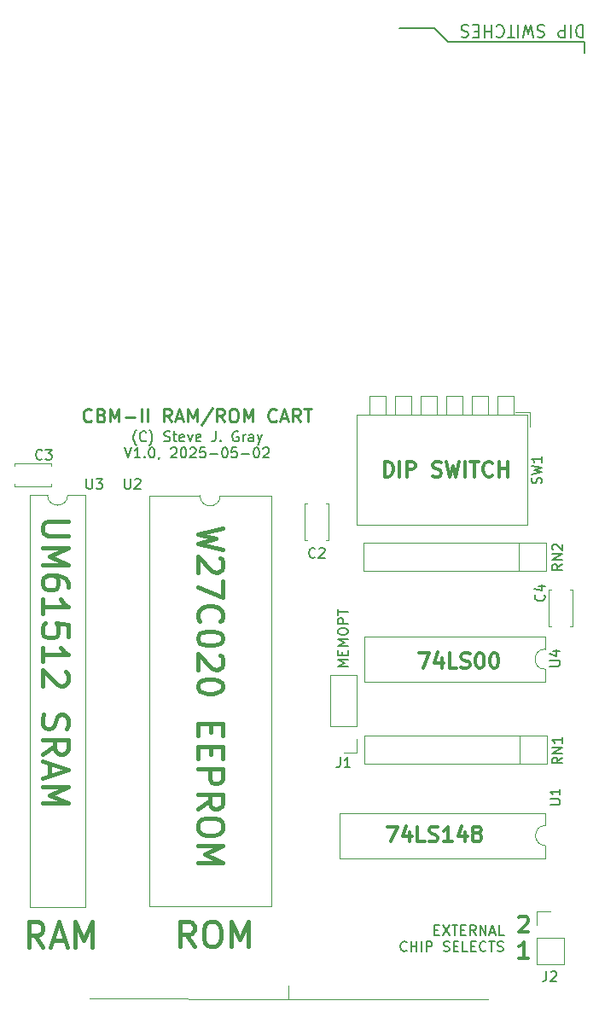
<source format=gbr>
%TF.GenerationSoftware,KiCad,Pcbnew,9.0.0*%
%TF.CreationDate,2025-05-02T13:48:10-04:00*%
%TF.ProjectId,cbm2rrcart,63626d32-7272-4636-9172-742e6b696361,rev?*%
%TF.SameCoordinates,Original*%
%TF.FileFunction,Legend,Top*%
%TF.FilePolarity,Positive*%
%FSLAX46Y46*%
G04 Gerber Fmt 4.6, Leading zero omitted, Abs format (unit mm)*
G04 Created by KiCad (PCBNEW 9.0.0) date 2025-05-02 13:48:10*
%MOMM*%
%LPD*%
G01*
G04 APERTURE LIST*
%ADD10C,0.150000*%
%ADD11C,0.250000*%
%ADD12C,0.400000*%
%ADD13C,0.300000*%
%ADD14C,0.200000*%
%ADD15C,0.120000*%
%ADD16C,0.100000*%
G04 APERTURE END LIST*
D10*
X169519600Y-18186400D02*
X183032400Y-18186400D01*
X164642800Y-16840200D02*
X168173400Y-16840200D01*
X183032400Y-18186400D02*
X183032400Y-19304000D01*
X168173400Y-16840200D02*
X169519600Y-18186400D01*
D11*
X134114894Y-55787295D02*
X134052990Y-55849200D01*
X134052990Y-55849200D02*
X133867275Y-55911104D01*
X133867275Y-55911104D02*
X133743466Y-55911104D01*
X133743466Y-55911104D02*
X133557752Y-55849200D01*
X133557752Y-55849200D02*
X133433942Y-55725390D01*
X133433942Y-55725390D02*
X133372037Y-55601580D01*
X133372037Y-55601580D02*
X133310133Y-55353961D01*
X133310133Y-55353961D02*
X133310133Y-55168247D01*
X133310133Y-55168247D02*
X133372037Y-54920628D01*
X133372037Y-54920628D02*
X133433942Y-54796819D01*
X133433942Y-54796819D02*
X133557752Y-54673009D01*
X133557752Y-54673009D02*
X133743466Y-54611104D01*
X133743466Y-54611104D02*
X133867275Y-54611104D01*
X133867275Y-54611104D02*
X134052990Y-54673009D01*
X134052990Y-54673009D02*
X134114894Y-54734914D01*
X135105371Y-55230152D02*
X135291085Y-55292057D01*
X135291085Y-55292057D02*
X135352990Y-55353961D01*
X135352990Y-55353961D02*
X135414894Y-55477771D01*
X135414894Y-55477771D02*
X135414894Y-55663485D01*
X135414894Y-55663485D02*
X135352990Y-55787295D01*
X135352990Y-55787295D02*
X135291085Y-55849200D01*
X135291085Y-55849200D02*
X135167275Y-55911104D01*
X135167275Y-55911104D02*
X134672037Y-55911104D01*
X134672037Y-55911104D02*
X134672037Y-54611104D01*
X134672037Y-54611104D02*
X135105371Y-54611104D01*
X135105371Y-54611104D02*
X135229180Y-54673009D01*
X135229180Y-54673009D02*
X135291085Y-54734914D01*
X135291085Y-54734914D02*
X135352990Y-54858723D01*
X135352990Y-54858723D02*
X135352990Y-54982533D01*
X135352990Y-54982533D02*
X135291085Y-55106342D01*
X135291085Y-55106342D02*
X135229180Y-55168247D01*
X135229180Y-55168247D02*
X135105371Y-55230152D01*
X135105371Y-55230152D02*
X134672037Y-55230152D01*
X135972037Y-55911104D02*
X135972037Y-54611104D01*
X135972037Y-54611104D02*
X136405371Y-55539676D01*
X136405371Y-55539676D02*
X136838704Y-54611104D01*
X136838704Y-54611104D02*
X136838704Y-55911104D01*
X137457751Y-55415866D02*
X138448228Y-55415866D01*
X139067275Y-55911104D02*
X139067275Y-54611104D01*
X139686323Y-55911104D02*
X139686323Y-54611104D01*
X142038704Y-55911104D02*
X141605371Y-55292057D01*
X141295847Y-55911104D02*
X141295847Y-54611104D01*
X141295847Y-54611104D02*
X141791085Y-54611104D01*
X141791085Y-54611104D02*
X141914895Y-54673009D01*
X141914895Y-54673009D02*
X141976800Y-54734914D01*
X141976800Y-54734914D02*
X142038704Y-54858723D01*
X142038704Y-54858723D02*
X142038704Y-55044438D01*
X142038704Y-55044438D02*
X141976800Y-55168247D01*
X141976800Y-55168247D02*
X141914895Y-55230152D01*
X141914895Y-55230152D02*
X141791085Y-55292057D01*
X141791085Y-55292057D02*
X141295847Y-55292057D01*
X142533943Y-55539676D02*
X143152990Y-55539676D01*
X142410133Y-55911104D02*
X142843466Y-54611104D01*
X142843466Y-54611104D02*
X143276800Y-55911104D01*
X143710133Y-55911104D02*
X143710133Y-54611104D01*
X143710133Y-54611104D02*
X144143467Y-55539676D01*
X144143467Y-55539676D02*
X144576800Y-54611104D01*
X144576800Y-54611104D02*
X144576800Y-55911104D01*
X146124419Y-54549200D02*
X145010133Y-56220628D01*
X147300609Y-55911104D02*
X146867276Y-55292057D01*
X146557752Y-55911104D02*
X146557752Y-54611104D01*
X146557752Y-54611104D02*
X147052990Y-54611104D01*
X147052990Y-54611104D02*
X147176800Y-54673009D01*
X147176800Y-54673009D02*
X147238705Y-54734914D01*
X147238705Y-54734914D02*
X147300609Y-54858723D01*
X147300609Y-54858723D02*
X147300609Y-55044438D01*
X147300609Y-55044438D02*
X147238705Y-55168247D01*
X147238705Y-55168247D02*
X147176800Y-55230152D01*
X147176800Y-55230152D02*
X147052990Y-55292057D01*
X147052990Y-55292057D02*
X146557752Y-55292057D01*
X148105371Y-54611104D02*
X148352990Y-54611104D01*
X148352990Y-54611104D02*
X148476800Y-54673009D01*
X148476800Y-54673009D02*
X148600609Y-54796819D01*
X148600609Y-54796819D02*
X148662514Y-55044438D01*
X148662514Y-55044438D02*
X148662514Y-55477771D01*
X148662514Y-55477771D02*
X148600609Y-55725390D01*
X148600609Y-55725390D02*
X148476800Y-55849200D01*
X148476800Y-55849200D02*
X148352990Y-55911104D01*
X148352990Y-55911104D02*
X148105371Y-55911104D01*
X148105371Y-55911104D02*
X147981562Y-55849200D01*
X147981562Y-55849200D02*
X147857752Y-55725390D01*
X147857752Y-55725390D02*
X147795848Y-55477771D01*
X147795848Y-55477771D02*
X147795848Y-55044438D01*
X147795848Y-55044438D02*
X147857752Y-54796819D01*
X147857752Y-54796819D02*
X147981562Y-54673009D01*
X147981562Y-54673009D02*
X148105371Y-54611104D01*
X149219657Y-55911104D02*
X149219657Y-54611104D01*
X149219657Y-54611104D02*
X149652991Y-55539676D01*
X149652991Y-55539676D02*
X150086324Y-54611104D01*
X150086324Y-54611104D02*
X150086324Y-55911104D01*
X152438704Y-55787295D02*
X152376800Y-55849200D01*
X152376800Y-55849200D02*
X152191085Y-55911104D01*
X152191085Y-55911104D02*
X152067276Y-55911104D01*
X152067276Y-55911104D02*
X151881562Y-55849200D01*
X151881562Y-55849200D02*
X151757752Y-55725390D01*
X151757752Y-55725390D02*
X151695847Y-55601580D01*
X151695847Y-55601580D02*
X151633943Y-55353961D01*
X151633943Y-55353961D02*
X151633943Y-55168247D01*
X151633943Y-55168247D02*
X151695847Y-54920628D01*
X151695847Y-54920628D02*
X151757752Y-54796819D01*
X151757752Y-54796819D02*
X151881562Y-54673009D01*
X151881562Y-54673009D02*
X152067276Y-54611104D01*
X152067276Y-54611104D02*
X152191085Y-54611104D01*
X152191085Y-54611104D02*
X152376800Y-54673009D01*
X152376800Y-54673009D02*
X152438704Y-54734914D01*
X152933943Y-55539676D02*
X153552990Y-55539676D01*
X152810133Y-55911104D02*
X153243466Y-54611104D01*
X153243466Y-54611104D02*
X153676800Y-55911104D01*
X154852990Y-55911104D02*
X154419657Y-55292057D01*
X154110133Y-55911104D02*
X154110133Y-54611104D01*
X154110133Y-54611104D02*
X154605371Y-54611104D01*
X154605371Y-54611104D02*
X154729181Y-54673009D01*
X154729181Y-54673009D02*
X154791086Y-54734914D01*
X154791086Y-54734914D02*
X154852990Y-54858723D01*
X154852990Y-54858723D02*
X154852990Y-55044438D01*
X154852990Y-55044438D02*
X154791086Y-55168247D01*
X154791086Y-55168247D02*
X154729181Y-55230152D01*
X154729181Y-55230152D02*
X154605371Y-55292057D01*
X154605371Y-55292057D02*
X154110133Y-55292057D01*
X155224419Y-54611104D02*
X155967276Y-54611104D01*
X155595848Y-55911104D02*
X155595848Y-54611104D01*
D12*
X129312366Y-108029647D02*
X128479033Y-106839171D01*
X127883795Y-108029647D02*
X127883795Y-105529647D01*
X127883795Y-105529647D02*
X128836176Y-105529647D01*
X128836176Y-105529647D02*
X129074271Y-105648695D01*
X129074271Y-105648695D02*
X129193318Y-105767742D01*
X129193318Y-105767742D02*
X129312366Y-106005838D01*
X129312366Y-106005838D02*
X129312366Y-106362980D01*
X129312366Y-106362980D02*
X129193318Y-106601076D01*
X129193318Y-106601076D02*
X129074271Y-106720123D01*
X129074271Y-106720123D02*
X128836176Y-106839171D01*
X128836176Y-106839171D02*
X127883795Y-106839171D01*
X130264747Y-107315361D02*
X131455223Y-107315361D01*
X130026652Y-108029647D02*
X130859985Y-105529647D01*
X130859985Y-105529647D02*
X131693318Y-108029647D01*
X132526652Y-108029647D02*
X132526652Y-105529647D01*
X132526652Y-105529647D02*
X133359985Y-107315361D01*
X133359985Y-107315361D02*
X134193318Y-105529647D01*
X134193318Y-105529647D02*
X134193318Y-108029647D01*
X144323766Y-107978847D02*
X143490433Y-106788371D01*
X142895195Y-107978847D02*
X142895195Y-105478847D01*
X142895195Y-105478847D02*
X143847576Y-105478847D01*
X143847576Y-105478847D02*
X144085671Y-105597895D01*
X144085671Y-105597895D02*
X144204718Y-105716942D01*
X144204718Y-105716942D02*
X144323766Y-105955038D01*
X144323766Y-105955038D02*
X144323766Y-106312180D01*
X144323766Y-106312180D02*
X144204718Y-106550276D01*
X144204718Y-106550276D02*
X144085671Y-106669323D01*
X144085671Y-106669323D02*
X143847576Y-106788371D01*
X143847576Y-106788371D02*
X142895195Y-106788371D01*
X145871385Y-105478847D02*
X146347576Y-105478847D01*
X146347576Y-105478847D02*
X146585671Y-105597895D01*
X146585671Y-105597895D02*
X146823766Y-105835990D01*
X146823766Y-105835990D02*
X146942814Y-106312180D01*
X146942814Y-106312180D02*
X146942814Y-107145514D01*
X146942814Y-107145514D02*
X146823766Y-107621704D01*
X146823766Y-107621704D02*
X146585671Y-107859800D01*
X146585671Y-107859800D02*
X146347576Y-107978847D01*
X146347576Y-107978847D02*
X145871385Y-107978847D01*
X145871385Y-107978847D02*
X145633290Y-107859800D01*
X145633290Y-107859800D02*
X145395195Y-107621704D01*
X145395195Y-107621704D02*
X145276147Y-107145514D01*
X145276147Y-107145514D02*
X145276147Y-106312180D01*
X145276147Y-106312180D02*
X145395195Y-105835990D01*
X145395195Y-105835990D02*
X145633290Y-105597895D01*
X145633290Y-105597895D02*
X145871385Y-105478847D01*
X148014243Y-107978847D02*
X148014243Y-105478847D01*
X148014243Y-105478847D02*
X148847576Y-107264561D01*
X148847576Y-107264561D02*
X149680909Y-105478847D01*
X149680909Y-105478847D02*
X149680909Y-107978847D01*
D13*
X163190710Y-61345028D02*
X163190710Y-59845028D01*
X163190710Y-59845028D02*
X163547853Y-59845028D01*
X163547853Y-59845028D02*
X163762139Y-59916457D01*
X163762139Y-59916457D02*
X163904996Y-60059314D01*
X163904996Y-60059314D02*
X163976425Y-60202171D01*
X163976425Y-60202171D02*
X164047853Y-60487885D01*
X164047853Y-60487885D02*
X164047853Y-60702171D01*
X164047853Y-60702171D02*
X163976425Y-60987885D01*
X163976425Y-60987885D02*
X163904996Y-61130742D01*
X163904996Y-61130742D02*
X163762139Y-61273600D01*
X163762139Y-61273600D02*
X163547853Y-61345028D01*
X163547853Y-61345028D02*
X163190710Y-61345028D01*
X164690710Y-61345028D02*
X164690710Y-59845028D01*
X165404996Y-61345028D02*
X165404996Y-59845028D01*
X165404996Y-59845028D02*
X165976425Y-59845028D01*
X165976425Y-59845028D02*
X166119282Y-59916457D01*
X166119282Y-59916457D02*
X166190711Y-59987885D01*
X166190711Y-59987885D02*
X166262139Y-60130742D01*
X166262139Y-60130742D02*
X166262139Y-60345028D01*
X166262139Y-60345028D02*
X166190711Y-60487885D01*
X166190711Y-60487885D02*
X166119282Y-60559314D01*
X166119282Y-60559314D02*
X165976425Y-60630742D01*
X165976425Y-60630742D02*
X165404996Y-60630742D01*
X167976425Y-61273600D02*
X168190711Y-61345028D01*
X168190711Y-61345028D02*
X168547853Y-61345028D01*
X168547853Y-61345028D02*
X168690711Y-61273600D01*
X168690711Y-61273600D02*
X168762139Y-61202171D01*
X168762139Y-61202171D02*
X168833568Y-61059314D01*
X168833568Y-61059314D02*
X168833568Y-60916457D01*
X168833568Y-60916457D02*
X168762139Y-60773600D01*
X168762139Y-60773600D02*
X168690711Y-60702171D01*
X168690711Y-60702171D02*
X168547853Y-60630742D01*
X168547853Y-60630742D02*
X168262139Y-60559314D01*
X168262139Y-60559314D02*
X168119282Y-60487885D01*
X168119282Y-60487885D02*
X168047853Y-60416457D01*
X168047853Y-60416457D02*
X167976425Y-60273600D01*
X167976425Y-60273600D02*
X167976425Y-60130742D01*
X167976425Y-60130742D02*
X168047853Y-59987885D01*
X168047853Y-59987885D02*
X168119282Y-59916457D01*
X168119282Y-59916457D02*
X168262139Y-59845028D01*
X168262139Y-59845028D02*
X168619282Y-59845028D01*
X168619282Y-59845028D02*
X168833568Y-59916457D01*
X169333567Y-59845028D02*
X169690710Y-61345028D01*
X169690710Y-61345028D02*
X169976424Y-60273600D01*
X169976424Y-60273600D02*
X170262139Y-61345028D01*
X170262139Y-61345028D02*
X170619282Y-59845028D01*
X171190710Y-61345028D02*
X171190710Y-59845028D01*
X171690711Y-59845028D02*
X172547854Y-59845028D01*
X172119282Y-61345028D02*
X172119282Y-59845028D01*
X173904996Y-61202171D02*
X173833568Y-61273600D01*
X173833568Y-61273600D02*
X173619282Y-61345028D01*
X173619282Y-61345028D02*
X173476425Y-61345028D01*
X173476425Y-61345028D02*
X173262139Y-61273600D01*
X173262139Y-61273600D02*
X173119282Y-61130742D01*
X173119282Y-61130742D02*
X173047853Y-60987885D01*
X173047853Y-60987885D02*
X172976425Y-60702171D01*
X172976425Y-60702171D02*
X172976425Y-60487885D01*
X172976425Y-60487885D02*
X173047853Y-60202171D01*
X173047853Y-60202171D02*
X173119282Y-60059314D01*
X173119282Y-60059314D02*
X173262139Y-59916457D01*
X173262139Y-59916457D02*
X173476425Y-59845028D01*
X173476425Y-59845028D02*
X173619282Y-59845028D01*
X173619282Y-59845028D02*
X173833568Y-59916457D01*
X173833568Y-59916457D02*
X173904996Y-59987885D01*
X174547853Y-61345028D02*
X174547853Y-59845028D01*
X174547853Y-60559314D02*
X175404996Y-60559314D01*
X175404996Y-61345028D02*
X175404996Y-59845028D01*
D14*
X182869107Y-16540257D02*
X182869107Y-17740257D01*
X182869107Y-17740257D02*
X182583393Y-17740257D01*
X182583393Y-17740257D02*
X182411964Y-17683114D01*
X182411964Y-17683114D02*
X182297679Y-17568828D01*
X182297679Y-17568828D02*
X182240536Y-17454542D01*
X182240536Y-17454542D02*
X182183393Y-17225971D01*
X182183393Y-17225971D02*
X182183393Y-17054542D01*
X182183393Y-17054542D02*
X182240536Y-16825971D01*
X182240536Y-16825971D02*
X182297679Y-16711685D01*
X182297679Y-16711685D02*
X182411964Y-16597400D01*
X182411964Y-16597400D02*
X182583393Y-16540257D01*
X182583393Y-16540257D02*
X182869107Y-16540257D01*
X181669107Y-16540257D02*
X181669107Y-17740257D01*
X181097678Y-16540257D02*
X181097678Y-17740257D01*
X181097678Y-17740257D02*
X180640535Y-17740257D01*
X180640535Y-17740257D02*
X180526250Y-17683114D01*
X180526250Y-17683114D02*
X180469107Y-17625971D01*
X180469107Y-17625971D02*
X180411964Y-17511685D01*
X180411964Y-17511685D02*
X180411964Y-17340257D01*
X180411964Y-17340257D02*
X180469107Y-17225971D01*
X180469107Y-17225971D02*
X180526250Y-17168828D01*
X180526250Y-17168828D02*
X180640535Y-17111685D01*
X180640535Y-17111685D02*
X181097678Y-17111685D01*
X179040535Y-16597400D02*
X178869107Y-16540257D01*
X178869107Y-16540257D02*
X178583392Y-16540257D01*
X178583392Y-16540257D02*
X178469107Y-16597400D01*
X178469107Y-16597400D02*
X178411964Y-16654542D01*
X178411964Y-16654542D02*
X178354821Y-16768828D01*
X178354821Y-16768828D02*
X178354821Y-16883114D01*
X178354821Y-16883114D02*
X178411964Y-16997400D01*
X178411964Y-16997400D02*
X178469107Y-17054542D01*
X178469107Y-17054542D02*
X178583392Y-17111685D01*
X178583392Y-17111685D02*
X178811964Y-17168828D01*
X178811964Y-17168828D02*
X178926249Y-17225971D01*
X178926249Y-17225971D02*
X178983392Y-17283114D01*
X178983392Y-17283114D02*
X179040535Y-17397400D01*
X179040535Y-17397400D02*
X179040535Y-17511685D01*
X179040535Y-17511685D02*
X178983392Y-17625971D01*
X178983392Y-17625971D02*
X178926249Y-17683114D01*
X178926249Y-17683114D02*
X178811964Y-17740257D01*
X178811964Y-17740257D02*
X178526249Y-17740257D01*
X178526249Y-17740257D02*
X178354821Y-17683114D01*
X177954821Y-17740257D02*
X177669107Y-16540257D01*
X177669107Y-16540257D02*
X177440535Y-17397400D01*
X177440535Y-17397400D02*
X177211964Y-16540257D01*
X177211964Y-16540257D02*
X176926250Y-17740257D01*
X176469106Y-16540257D02*
X176469106Y-17740257D01*
X176069106Y-17740257D02*
X175383392Y-17740257D01*
X175726249Y-16540257D02*
X175726249Y-17740257D01*
X174297677Y-16654542D02*
X174354820Y-16597400D01*
X174354820Y-16597400D02*
X174526248Y-16540257D01*
X174526248Y-16540257D02*
X174640534Y-16540257D01*
X174640534Y-16540257D02*
X174811963Y-16597400D01*
X174811963Y-16597400D02*
X174926248Y-16711685D01*
X174926248Y-16711685D02*
X174983391Y-16825971D01*
X174983391Y-16825971D02*
X175040534Y-17054542D01*
X175040534Y-17054542D02*
X175040534Y-17225971D01*
X175040534Y-17225971D02*
X174983391Y-17454542D01*
X174983391Y-17454542D02*
X174926248Y-17568828D01*
X174926248Y-17568828D02*
X174811963Y-17683114D01*
X174811963Y-17683114D02*
X174640534Y-17740257D01*
X174640534Y-17740257D02*
X174526248Y-17740257D01*
X174526248Y-17740257D02*
X174354820Y-17683114D01*
X174354820Y-17683114D02*
X174297677Y-17625971D01*
X173783391Y-16540257D02*
X173783391Y-17740257D01*
X173783391Y-17168828D02*
X173097677Y-17168828D01*
X173097677Y-16540257D02*
X173097677Y-17740257D01*
X172526248Y-17168828D02*
X172126248Y-17168828D01*
X171954820Y-16540257D02*
X172526248Y-16540257D01*
X172526248Y-16540257D02*
X172526248Y-17740257D01*
X172526248Y-17740257D02*
X171954820Y-17740257D01*
X171497677Y-16597400D02*
X171326249Y-16540257D01*
X171326249Y-16540257D02*
X171040534Y-16540257D01*
X171040534Y-16540257D02*
X170926249Y-16597400D01*
X170926249Y-16597400D02*
X170869106Y-16654542D01*
X170869106Y-16654542D02*
X170811963Y-16768828D01*
X170811963Y-16768828D02*
X170811963Y-16883114D01*
X170811963Y-16883114D02*
X170869106Y-16997400D01*
X170869106Y-16997400D02*
X170926249Y-17054542D01*
X170926249Y-17054542D02*
X171040534Y-17111685D01*
X171040534Y-17111685D02*
X171269106Y-17168828D01*
X171269106Y-17168828D02*
X171383391Y-17225971D01*
X171383391Y-17225971D02*
X171440534Y-17283114D01*
X171440534Y-17283114D02*
X171497677Y-17397400D01*
X171497677Y-17397400D02*
X171497677Y-17511685D01*
X171497677Y-17511685D02*
X171440534Y-17625971D01*
X171440534Y-17625971D02*
X171383391Y-17683114D01*
X171383391Y-17683114D02*
X171269106Y-17740257D01*
X171269106Y-17740257D02*
X170983391Y-17740257D01*
X170983391Y-17740257D02*
X170811963Y-17683114D01*
D12*
X147149552Y-66431699D02*
X144649552Y-67026937D01*
X144649552Y-67026937D02*
X146435266Y-67503128D01*
X146435266Y-67503128D02*
X144649552Y-67979318D01*
X144649552Y-67979318D02*
X147149552Y-68574557D01*
X146911457Y-69407890D02*
X147030504Y-69526938D01*
X147030504Y-69526938D02*
X147149552Y-69765033D01*
X147149552Y-69765033D02*
X147149552Y-70360271D01*
X147149552Y-70360271D02*
X147030504Y-70598366D01*
X147030504Y-70598366D02*
X146911457Y-70717414D01*
X146911457Y-70717414D02*
X146673361Y-70836461D01*
X146673361Y-70836461D02*
X146435266Y-70836461D01*
X146435266Y-70836461D02*
X146078123Y-70717414D01*
X146078123Y-70717414D02*
X144649552Y-69288842D01*
X144649552Y-69288842D02*
X144649552Y-70836461D01*
X147149552Y-71669794D02*
X147149552Y-73336461D01*
X147149552Y-73336461D02*
X144649552Y-72265032D01*
X144887647Y-75717413D02*
X144768600Y-75598365D01*
X144768600Y-75598365D02*
X144649552Y-75241223D01*
X144649552Y-75241223D02*
X144649552Y-75003127D01*
X144649552Y-75003127D02*
X144768600Y-74645984D01*
X144768600Y-74645984D02*
X145006695Y-74407889D01*
X145006695Y-74407889D02*
X145244790Y-74288842D01*
X145244790Y-74288842D02*
X145720980Y-74169794D01*
X145720980Y-74169794D02*
X146078123Y-74169794D01*
X146078123Y-74169794D02*
X146554314Y-74288842D01*
X146554314Y-74288842D02*
X146792409Y-74407889D01*
X146792409Y-74407889D02*
X147030504Y-74645984D01*
X147030504Y-74645984D02*
X147149552Y-75003127D01*
X147149552Y-75003127D02*
X147149552Y-75241223D01*
X147149552Y-75241223D02*
X147030504Y-75598365D01*
X147030504Y-75598365D02*
X146911457Y-75717413D01*
X147149552Y-77265032D02*
X147149552Y-77503127D01*
X147149552Y-77503127D02*
X147030504Y-77741223D01*
X147030504Y-77741223D02*
X146911457Y-77860270D01*
X146911457Y-77860270D02*
X146673361Y-77979318D01*
X146673361Y-77979318D02*
X146197171Y-78098365D01*
X146197171Y-78098365D02*
X145601933Y-78098365D01*
X145601933Y-78098365D02*
X145125742Y-77979318D01*
X145125742Y-77979318D02*
X144887647Y-77860270D01*
X144887647Y-77860270D02*
X144768600Y-77741223D01*
X144768600Y-77741223D02*
X144649552Y-77503127D01*
X144649552Y-77503127D02*
X144649552Y-77265032D01*
X144649552Y-77265032D02*
X144768600Y-77026937D01*
X144768600Y-77026937D02*
X144887647Y-76907889D01*
X144887647Y-76907889D02*
X145125742Y-76788842D01*
X145125742Y-76788842D02*
X145601933Y-76669794D01*
X145601933Y-76669794D02*
X146197171Y-76669794D01*
X146197171Y-76669794D02*
X146673361Y-76788842D01*
X146673361Y-76788842D02*
X146911457Y-76907889D01*
X146911457Y-76907889D02*
X147030504Y-77026937D01*
X147030504Y-77026937D02*
X147149552Y-77265032D01*
X146911457Y-79050746D02*
X147030504Y-79169794D01*
X147030504Y-79169794D02*
X147149552Y-79407889D01*
X147149552Y-79407889D02*
X147149552Y-80003127D01*
X147149552Y-80003127D02*
X147030504Y-80241222D01*
X147030504Y-80241222D02*
X146911457Y-80360270D01*
X146911457Y-80360270D02*
X146673361Y-80479317D01*
X146673361Y-80479317D02*
X146435266Y-80479317D01*
X146435266Y-80479317D02*
X146078123Y-80360270D01*
X146078123Y-80360270D02*
X144649552Y-78931698D01*
X144649552Y-78931698D02*
X144649552Y-80479317D01*
X147149552Y-82026936D02*
X147149552Y-82265031D01*
X147149552Y-82265031D02*
X147030504Y-82503127D01*
X147030504Y-82503127D02*
X146911457Y-82622174D01*
X146911457Y-82622174D02*
X146673361Y-82741222D01*
X146673361Y-82741222D02*
X146197171Y-82860269D01*
X146197171Y-82860269D02*
X145601933Y-82860269D01*
X145601933Y-82860269D02*
X145125742Y-82741222D01*
X145125742Y-82741222D02*
X144887647Y-82622174D01*
X144887647Y-82622174D02*
X144768600Y-82503127D01*
X144768600Y-82503127D02*
X144649552Y-82265031D01*
X144649552Y-82265031D02*
X144649552Y-82026936D01*
X144649552Y-82026936D02*
X144768600Y-81788841D01*
X144768600Y-81788841D02*
X144887647Y-81669793D01*
X144887647Y-81669793D02*
X145125742Y-81550746D01*
X145125742Y-81550746D02*
X145601933Y-81431698D01*
X145601933Y-81431698D02*
X146197171Y-81431698D01*
X146197171Y-81431698D02*
X146673361Y-81550746D01*
X146673361Y-81550746D02*
X146911457Y-81669793D01*
X146911457Y-81669793D02*
X147030504Y-81788841D01*
X147030504Y-81788841D02*
X147149552Y-82026936D01*
X145959076Y-85836460D02*
X145959076Y-86669793D01*
X144649552Y-87026936D02*
X144649552Y-85836460D01*
X144649552Y-85836460D02*
X147149552Y-85836460D01*
X147149552Y-85836460D02*
X147149552Y-87026936D01*
X145959076Y-88098365D02*
X145959076Y-88931698D01*
X144649552Y-89288841D02*
X144649552Y-88098365D01*
X144649552Y-88098365D02*
X147149552Y-88098365D01*
X147149552Y-88098365D02*
X147149552Y-89288841D01*
X144649552Y-90360270D02*
X147149552Y-90360270D01*
X147149552Y-90360270D02*
X147149552Y-91312651D01*
X147149552Y-91312651D02*
X147030504Y-91550746D01*
X147030504Y-91550746D02*
X146911457Y-91669793D01*
X146911457Y-91669793D02*
X146673361Y-91788841D01*
X146673361Y-91788841D02*
X146316219Y-91788841D01*
X146316219Y-91788841D02*
X146078123Y-91669793D01*
X146078123Y-91669793D02*
X145959076Y-91550746D01*
X145959076Y-91550746D02*
X145840028Y-91312651D01*
X145840028Y-91312651D02*
X145840028Y-90360270D01*
X144649552Y-94288841D02*
X145840028Y-93455508D01*
X144649552Y-92860270D02*
X147149552Y-92860270D01*
X147149552Y-92860270D02*
X147149552Y-93812651D01*
X147149552Y-93812651D02*
X147030504Y-94050746D01*
X147030504Y-94050746D02*
X146911457Y-94169793D01*
X146911457Y-94169793D02*
X146673361Y-94288841D01*
X146673361Y-94288841D02*
X146316219Y-94288841D01*
X146316219Y-94288841D02*
X146078123Y-94169793D01*
X146078123Y-94169793D02*
X145959076Y-94050746D01*
X145959076Y-94050746D02*
X145840028Y-93812651D01*
X145840028Y-93812651D02*
X145840028Y-92860270D01*
X147149552Y-95836460D02*
X147149552Y-96312651D01*
X147149552Y-96312651D02*
X147030504Y-96550746D01*
X147030504Y-96550746D02*
X146792409Y-96788841D01*
X146792409Y-96788841D02*
X146316219Y-96907889D01*
X146316219Y-96907889D02*
X145482885Y-96907889D01*
X145482885Y-96907889D02*
X145006695Y-96788841D01*
X145006695Y-96788841D02*
X144768600Y-96550746D01*
X144768600Y-96550746D02*
X144649552Y-96312651D01*
X144649552Y-96312651D02*
X144649552Y-95836460D01*
X144649552Y-95836460D02*
X144768600Y-95598365D01*
X144768600Y-95598365D02*
X145006695Y-95360270D01*
X145006695Y-95360270D02*
X145482885Y-95241222D01*
X145482885Y-95241222D02*
X146316219Y-95241222D01*
X146316219Y-95241222D02*
X146792409Y-95360270D01*
X146792409Y-95360270D02*
X147030504Y-95598365D01*
X147030504Y-95598365D02*
X147149552Y-95836460D01*
X144649552Y-97979318D02*
X147149552Y-97979318D01*
X147149552Y-97979318D02*
X145363838Y-98812651D01*
X145363838Y-98812651D02*
X147149552Y-99645984D01*
X147149552Y-99645984D02*
X144649552Y-99645984D01*
D13*
X163479652Y-96065429D02*
X164479652Y-96065429D01*
X164479652Y-96065429D02*
X163836795Y-97565429D01*
X165693938Y-96565429D02*
X165693938Y-97565429D01*
X165336795Y-95994001D02*
X164979652Y-97065429D01*
X164979652Y-97065429D02*
X165908223Y-97065429D01*
X167193937Y-97565429D02*
X166479651Y-97565429D01*
X166479651Y-97565429D02*
X166479651Y-96065429D01*
X167622509Y-97494001D02*
X167836795Y-97565429D01*
X167836795Y-97565429D02*
X168193937Y-97565429D01*
X168193937Y-97565429D02*
X168336795Y-97494001D01*
X168336795Y-97494001D02*
X168408223Y-97422572D01*
X168408223Y-97422572D02*
X168479652Y-97279715D01*
X168479652Y-97279715D02*
X168479652Y-97136858D01*
X168479652Y-97136858D02*
X168408223Y-96994001D01*
X168408223Y-96994001D02*
X168336795Y-96922572D01*
X168336795Y-96922572D02*
X168193937Y-96851143D01*
X168193937Y-96851143D02*
X167908223Y-96779715D01*
X167908223Y-96779715D02*
X167765366Y-96708286D01*
X167765366Y-96708286D02*
X167693937Y-96636858D01*
X167693937Y-96636858D02*
X167622509Y-96494001D01*
X167622509Y-96494001D02*
X167622509Y-96351143D01*
X167622509Y-96351143D02*
X167693937Y-96208286D01*
X167693937Y-96208286D02*
X167765366Y-96136858D01*
X167765366Y-96136858D02*
X167908223Y-96065429D01*
X167908223Y-96065429D02*
X168265366Y-96065429D01*
X168265366Y-96065429D02*
X168479652Y-96136858D01*
X169908223Y-97565429D02*
X169051080Y-97565429D01*
X169479651Y-97565429D02*
X169479651Y-96065429D01*
X169479651Y-96065429D02*
X169336794Y-96279715D01*
X169336794Y-96279715D02*
X169193937Y-96422572D01*
X169193937Y-96422572D02*
X169051080Y-96494001D01*
X171193937Y-96565429D02*
X171193937Y-97565429D01*
X170836794Y-95994001D02*
X170479651Y-97065429D01*
X170479651Y-97065429D02*
X171408222Y-97065429D01*
X172193936Y-96708286D02*
X172051079Y-96636858D01*
X172051079Y-96636858D02*
X171979650Y-96565429D01*
X171979650Y-96565429D02*
X171908222Y-96422572D01*
X171908222Y-96422572D02*
X171908222Y-96351143D01*
X171908222Y-96351143D02*
X171979650Y-96208286D01*
X171979650Y-96208286D02*
X172051079Y-96136858D01*
X172051079Y-96136858D02*
X172193936Y-96065429D01*
X172193936Y-96065429D02*
X172479650Y-96065429D01*
X172479650Y-96065429D02*
X172622508Y-96136858D01*
X172622508Y-96136858D02*
X172693936Y-96208286D01*
X172693936Y-96208286D02*
X172765365Y-96351143D01*
X172765365Y-96351143D02*
X172765365Y-96422572D01*
X172765365Y-96422572D02*
X172693936Y-96565429D01*
X172693936Y-96565429D02*
X172622508Y-96636858D01*
X172622508Y-96636858D02*
X172479650Y-96708286D01*
X172479650Y-96708286D02*
X172193936Y-96708286D01*
X172193936Y-96708286D02*
X172051079Y-96779715D01*
X172051079Y-96779715D02*
X171979650Y-96851143D01*
X171979650Y-96851143D02*
X171908222Y-96994001D01*
X171908222Y-96994001D02*
X171908222Y-97279715D01*
X171908222Y-97279715D02*
X171979650Y-97422572D01*
X171979650Y-97422572D02*
X172051079Y-97494001D01*
X172051079Y-97494001D02*
X172193936Y-97565429D01*
X172193936Y-97565429D02*
X172479650Y-97565429D01*
X172479650Y-97565429D02*
X172622508Y-97494001D01*
X172622508Y-97494001D02*
X172693936Y-97422572D01*
X172693936Y-97422572D02*
X172765365Y-97279715D01*
X172765365Y-97279715D02*
X172765365Y-96994001D01*
X172765365Y-96994001D02*
X172693936Y-96851143D01*
X172693936Y-96851143D02*
X172622508Y-96779715D01*
X172622508Y-96779715D02*
X172479650Y-96708286D01*
X176561383Y-105099361D02*
X176637574Y-105023170D01*
X176637574Y-105023170D02*
X176789955Y-104946980D01*
X176789955Y-104946980D02*
X177170907Y-104946980D01*
X177170907Y-104946980D02*
X177323288Y-105023170D01*
X177323288Y-105023170D02*
X177399479Y-105099361D01*
X177399479Y-105099361D02*
X177475669Y-105251742D01*
X177475669Y-105251742D02*
X177475669Y-105404123D01*
X177475669Y-105404123D02*
X177399479Y-105632694D01*
X177399479Y-105632694D02*
X176485193Y-106546980D01*
X176485193Y-106546980D02*
X177475669Y-106546980D01*
X177475669Y-109122890D02*
X176561383Y-109122890D01*
X177018526Y-109122890D02*
X177018526Y-107522890D01*
X177018526Y-107522890D02*
X176866145Y-107751461D01*
X176866145Y-107751461D02*
X176713764Y-107903842D01*
X176713764Y-107903842D02*
X176561383Y-107980033D01*
D12*
X131782552Y-65780795D02*
X129758742Y-65780795D01*
X129758742Y-65780795D02*
X129520647Y-65899842D01*
X129520647Y-65899842D02*
X129401600Y-66018890D01*
X129401600Y-66018890D02*
X129282552Y-66256985D01*
X129282552Y-66256985D02*
X129282552Y-66733176D01*
X129282552Y-66733176D02*
X129401600Y-66971271D01*
X129401600Y-66971271D02*
X129520647Y-67090318D01*
X129520647Y-67090318D02*
X129758742Y-67209366D01*
X129758742Y-67209366D02*
X131782552Y-67209366D01*
X129282552Y-68399843D02*
X131782552Y-68399843D01*
X131782552Y-68399843D02*
X129996838Y-69233176D01*
X129996838Y-69233176D02*
X131782552Y-70066509D01*
X131782552Y-70066509D02*
X129282552Y-70066509D01*
X131782552Y-72328414D02*
X131782552Y-71852224D01*
X131782552Y-71852224D02*
X131663504Y-71614128D01*
X131663504Y-71614128D02*
X131544457Y-71495081D01*
X131544457Y-71495081D02*
X131187314Y-71256986D01*
X131187314Y-71256986D02*
X130711123Y-71137938D01*
X130711123Y-71137938D02*
X129758742Y-71137938D01*
X129758742Y-71137938D02*
X129520647Y-71256986D01*
X129520647Y-71256986D02*
X129401600Y-71376033D01*
X129401600Y-71376033D02*
X129282552Y-71614128D01*
X129282552Y-71614128D02*
X129282552Y-72090319D01*
X129282552Y-72090319D02*
X129401600Y-72328414D01*
X129401600Y-72328414D02*
X129520647Y-72447462D01*
X129520647Y-72447462D02*
X129758742Y-72566509D01*
X129758742Y-72566509D02*
X130353980Y-72566509D01*
X130353980Y-72566509D02*
X130592076Y-72447462D01*
X130592076Y-72447462D02*
X130711123Y-72328414D01*
X130711123Y-72328414D02*
X130830171Y-72090319D01*
X130830171Y-72090319D02*
X130830171Y-71614128D01*
X130830171Y-71614128D02*
X130711123Y-71376033D01*
X130711123Y-71376033D02*
X130592076Y-71256986D01*
X130592076Y-71256986D02*
X130353980Y-71137938D01*
X129282552Y-74947461D02*
X129282552Y-73518890D01*
X129282552Y-74233176D02*
X131782552Y-74233176D01*
X131782552Y-74233176D02*
X131425409Y-73995080D01*
X131425409Y-73995080D02*
X131187314Y-73756985D01*
X131187314Y-73756985D02*
X131068266Y-73518890D01*
X131782552Y-77209366D02*
X131782552Y-76018890D01*
X131782552Y-76018890D02*
X130592076Y-75899842D01*
X130592076Y-75899842D02*
X130711123Y-76018890D01*
X130711123Y-76018890D02*
X130830171Y-76256985D01*
X130830171Y-76256985D02*
X130830171Y-76852223D01*
X130830171Y-76852223D02*
X130711123Y-77090318D01*
X130711123Y-77090318D02*
X130592076Y-77209366D01*
X130592076Y-77209366D02*
X130353980Y-77328413D01*
X130353980Y-77328413D02*
X129758742Y-77328413D01*
X129758742Y-77328413D02*
X129520647Y-77209366D01*
X129520647Y-77209366D02*
X129401600Y-77090318D01*
X129401600Y-77090318D02*
X129282552Y-76852223D01*
X129282552Y-76852223D02*
X129282552Y-76256985D01*
X129282552Y-76256985D02*
X129401600Y-76018890D01*
X129401600Y-76018890D02*
X129520647Y-75899842D01*
X129282552Y-79709365D02*
X129282552Y-78280794D01*
X129282552Y-78995080D02*
X131782552Y-78995080D01*
X131782552Y-78995080D02*
X131425409Y-78756984D01*
X131425409Y-78756984D02*
X131187314Y-78518889D01*
X131187314Y-78518889D02*
X131068266Y-78280794D01*
X131544457Y-80661746D02*
X131663504Y-80780794D01*
X131663504Y-80780794D02*
X131782552Y-81018889D01*
X131782552Y-81018889D02*
X131782552Y-81614127D01*
X131782552Y-81614127D02*
X131663504Y-81852222D01*
X131663504Y-81852222D02*
X131544457Y-81971270D01*
X131544457Y-81971270D02*
X131306361Y-82090317D01*
X131306361Y-82090317D02*
X131068266Y-82090317D01*
X131068266Y-82090317D02*
X130711123Y-81971270D01*
X130711123Y-81971270D02*
X129282552Y-80542698D01*
X129282552Y-80542698D02*
X129282552Y-82090317D01*
X129401600Y-84947460D02*
X129282552Y-85304603D01*
X129282552Y-85304603D02*
X129282552Y-85899841D01*
X129282552Y-85899841D02*
X129401600Y-86137936D01*
X129401600Y-86137936D02*
X129520647Y-86256984D01*
X129520647Y-86256984D02*
X129758742Y-86376031D01*
X129758742Y-86376031D02*
X129996838Y-86376031D01*
X129996838Y-86376031D02*
X130234933Y-86256984D01*
X130234933Y-86256984D02*
X130353980Y-86137936D01*
X130353980Y-86137936D02*
X130473028Y-85899841D01*
X130473028Y-85899841D02*
X130592076Y-85423650D01*
X130592076Y-85423650D02*
X130711123Y-85185555D01*
X130711123Y-85185555D02*
X130830171Y-85066508D01*
X130830171Y-85066508D02*
X131068266Y-84947460D01*
X131068266Y-84947460D02*
X131306361Y-84947460D01*
X131306361Y-84947460D02*
X131544457Y-85066508D01*
X131544457Y-85066508D02*
X131663504Y-85185555D01*
X131663504Y-85185555D02*
X131782552Y-85423650D01*
X131782552Y-85423650D02*
X131782552Y-86018889D01*
X131782552Y-86018889D02*
X131663504Y-86376031D01*
X129282552Y-88876031D02*
X130473028Y-88042698D01*
X129282552Y-87447460D02*
X131782552Y-87447460D01*
X131782552Y-87447460D02*
X131782552Y-88399841D01*
X131782552Y-88399841D02*
X131663504Y-88637936D01*
X131663504Y-88637936D02*
X131544457Y-88756983D01*
X131544457Y-88756983D02*
X131306361Y-88876031D01*
X131306361Y-88876031D02*
X130949219Y-88876031D01*
X130949219Y-88876031D02*
X130711123Y-88756983D01*
X130711123Y-88756983D02*
X130592076Y-88637936D01*
X130592076Y-88637936D02*
X130473028Y-88399841D01*
X130473028Y-88399841D02*
X130473028Y-87447460D01*
X129996838Y-89828412D02*
X129996838Y-91018888D01*
X129282552Y-89590317D02*
X131782552Y-90423650D01*
X131782552Y-90423650D02*
X129282552Y-91256983D01*
X129282552Y-92090317D02*
X131782552Y-92090317D01*
X131782552Y-92090317D02*
X129996838Y-92923650D01*
X129996838Y-92923650D02*
X131782552Y-93756983D01*
X131782552Y-93756983D02*
X129282552Y-93756983D01*
D10*
X168161315Y-106321065D02*
X168494648Y-106321065D01*
X168637505Y-106844875D02*
X168161315Y-106844875D01*
X168161315Y-106844875D02*
X168161315Y-105844875D01*
X168161315Y-105844875D02*
X168637505Y-105844875D01*
X168970839Y-105844875D02*
X169637505Y-106844875D01*
X169637505Y-105844875D02*
X168970839Y-106844875D01*
X169875601Y-105844875D02*
X170447029Y-105844875D01*
X170161315Y-106844875D02*
X170161315Y-105844875D01*
X170780363Y-106321065D02*
X171113696Y-106321065D01*
X171256553Y-106844875D02*
X170780363Y-106844875D01*
X170780363Y-106844875D02*
X170780363Y-105844875D01*
X170780363Y-105844875D02*
X171256553Y-105844875D01*
X172256553Y-106844875D02*
X171923220Y-106368684D01*
X171685125Y-106844875D02*
X171685125Y-105844875D01*
X171685125Y-105844875D02*
X172066077Y-105844875D01*
X172066077Y-105844875D02*
X172161315Y-105892494D01*
X172161315Y-105892494D02*
X172208934Y-105940113D01*
X172208934Y-105940113D02*
X172256553Y-106035351D01*
X172256553Y-106035351D02*
X172256553Y-106178208D01*
X172256553Y-106178208D02*
X172208934Y-106273446D01*
X172208934Y-106273446D02*
X172161315Y-106321065D01*
X172161315Y-106321065D02*
X172066077Y-106368684D01*
X172066077Y-106368684D02*
X171685125Y-106368684D01*
X172685125Y-106844875D02*
X172685125Y-105844875D01*
X172685125Y-105844875D02*
X173256553Y-106844875D01*
X173256553Y-106844875D02*
X173256553Y-105844875D01*
X173685125Y-106559160D02*
X174161315Y-106559160D01*
X173589887Y-106844875D02*
X173923220Y-105844875D01*
X173923220Y-105844875D02*
X174256553Y-106844875D01*
X175066077Y-106844875D02*
X174589887Y-106844875D01*
X174589887Y-106844875D02*
X174589887Y-105844875D01*
X165399410Y-108359580D02*
X165351791Y-108407200D01*
X165351791Y-108407200D02*
X165208934Y-108454819D01*
X165208934Y-108454819D02*
X165113696Y-108454819D01*
X165113696Y-108454819D02*
X164970839Y-108407200D01*
X164970839Y-108407200D02*
X164875601Y-108311961D01*
X164875601Y-108311961D02*
X164827982Y-108216723D01*
X164827982Y-108216723D02*
X164780363Y-108026247D01*
X164780363Y-108026247D02*
X164780363Y-107883390D01*
X164780363Y-107883390D02*
X164827982Y-107692914D01*
X164827982Y-107692914D02*
X164875601Y-107597676D01*
X164875601Y-107597676D02*
X164970839Y-107502438D01*
X164970839Y-107502438D02*
X165113696Y-107454819D01*
X165113696Y-107454819D02*
X165208934Y-107454819D01*
X165208934Y-107454819D02*
X165351791Y-107502438D01*
X165351791Y-107502438D02*
X165399410Y-107550057D01*
X165827982Y-108454819D02*
X165827982Y-107454819D01*
X165827982Y-107931009D02*
X166399410Y-107931009D01*
X166399410Y-108454819D02*
X166399410Y-107454819D01*
X166875601Y-108454819D02*
X166875601Y-107454819D01*
X167351791Y-108454819D02*
X167351791Y-107454819D01*
X167351791Y-107454819D02*
X167732743Y-107454819D01*
X167732743Y-107454819D02*
X167827981Y-107502438D01*
X167827981Y-107502438D02*
X167875600Y-107550057D01*
X167875600Y-107550057D02*
X167923219Y-107645295D01*
X167923219Y-107645295D02*
X167923219Y-107788152D01*
X167923219Y-107788152D02*
X167875600Y-107883390D01*
X167875600Y-107883390D02*
X167827981Y-107931009D01*
X167827981Y-107931009D02*
X167732743Y-107978628D01*
X167732743Y-107978628D02*
X167351791Y-107978628D01*
X169066077Y-108407200D02*
X169208934Y-108454819D01*
X169208934Y-108454819D02*
X169447029Y-108454819D01*
X169447029Y-108454819D02*
X169542267Y-108407200D01*
X169542267Y-108407200D02*
X169589886Y-108359580D01*
X169589886Y-108359580D02*
X169637505Y-108264342D01*
X169637505Y-108264342D02*
X169637505Y-108169104D01*
X169637505Y-108169104D02*
X169589886Y-108073866D01*
X169589886Y-108073866D02*
X169542267Y-108026247D01*
X169542267Y-108026247D02*
X169447029Y-107978628D01*
X169447029Y-107978628D02*
X169256553Y-107931009D01*
X169256553Y-107931009D02*
X169161315Y-107883390D01*
X169161315Y-107883390D02*
X169113696Y-107835771D01*
X169113696Y-107835771D02*
X169066077Y-107740533D01*
X169066077Y-107740533D02*
X169066077Y-107645295D01*
X169066077Y-107645295D02*
X169113696Y-107550057D01*
X169113696Y-107550057D02*
X169161315Y-107502438D01*
X169161315Y-107502438D02*
X169256553Y-107454819D01*
X169256553Y-107454819D02*
X169494648Y-107454819D01*
X169494648Y-107454819D02*
X169637505Y-107502438D01*
X170066077Y-107931009D02*
X170399410Y-107931009D01*
X170542267Y-108454819D02*
X170066077Y-108454819D01*
X170066077Y-108454819D02*
X170066077Y-107454819D01*
X170066077Y-107454819D02*
X170542267Y-107454819D01*
X171447029Y-108454819D02*
X170970839Y-108454819D01*
X170970839Y-108454819D02*
X170970839Y-107454819D01*
X171780363Y-107931009D02*
X172113696Y-107931009D01*
X172256553Y-108454819D02*
X171780363Y-108454819D01*
X171780363Y-108454819D02*
X171780363Y-107454819D01*
X171780363Y-107454819D02*
X172256553Y-107454819D01*
X173256553Y-108359580D02*
X173208934Y-108407200D01*
X173208934Y-108407200D02*
X173066077Y-108454819D01*
X173066077Y-108454819D02*
X172970839Y-108454819D01*
X172970839Y-108454819D02*
X172827982Y-108407200D01*
X172827982Y-108407200D02*
X172732744Y-108311961D01*
X172732744Y-108311961D02*
X172685125Y-108216723D01*
X172685125Y-108216723D02*
X172637506Y-108026247D01*
X172637506Y-108026247D02*
X172637506Y-107883390D01*
X172637506Y-107883390D02*
X172685125Y-107692914D01*
X172685125Y-107692914D02*
X172732744Y-107597676D01*
X172732744Y-107597676D02*
X172827982Y-107502438D01*
X172827982Y-107502438D02*
X172970839Y-107454819D01*
X172970839Y-107454819D02*
X173066077Y-107454819D01*
X173066077Y-107454819D02*
X173208934Y-107502438D01*
X173208934Y-107502438D02*
X173256553Y-107550057D01*
X173542268Y-107454819D02*
X174113696Y-107454819D01*
X173827982Y-108454819D02*
X173827982Y-107454819D01*
X174399411Y-108407200D02*
X174542268Y-108454819D01*
X174542268Y-108454819D02*
X174780363Y-108454819D01*
X174780363Y-108454819D02*
X174875601Y-108407200D01*
X174875601Y-108407200D02*
X174923220Y-108359580D01*
X174923220Y-108359580D02*
X174970839Y-108264342D01*
X174970839Y-108264342D02*
X174970839Y-108169104D01*
X174970839Y-108169104D02*
X174923220Y-108073866D01*
X174923220Y-108073866D02*
X174875601Y-108026247D01*
X174875601Y-108026247D02*
X174780363Y-107978628D01*
X174780363Y-107978628D02*
X174589887Y-107931009D01*
X174589887Y-107931009D02*
X174494649Y-107883390D01*
X174494649Y-107883390D02*
X174447030Y-107835771D01*
X174447030Y-107835771D02*
X174399411Y-107740533D01*
X174399411Y-107740533D02*
X174399411Y-107645295D01*
X174399411Y-107645295D02*
X174447030Y-107550057D01*
X174447030Y-107550057D02*
X174494649Y-107502438D01*
X174494649Y-107502438D02*
X174589887Y-107454819D01*
X174589887Y-107454819D02*
X174827982Y-107454819D01*
X174827982Y-107454819D02*
X174970839Y-107502438D01*
X159559619Y-80181220D02*
X158559619Y-80181220D01*
X158559619Y-80181220D02*
X159273904Y-79847887D01*
X159273904Y-79847887D02*
X158559619Y-79514554D01*
X158559619Y-79514554D02*
X159559619Y-79514554D01*
X159035809Y-79038363D02*
X159035809Y-78705030D01*
X159559619Y-78562173D02*
X159559619Y-79038363D01*
X159559619Y-79038363D02*
X158559619Y-79038363D01*
X158559619Y-79038363D02*
X158559619Y-78562173D01*
X159559619Y-78133601D02*
X158559619Y-78133601D01*
X158559619Y-78133601D02*
X159273904Y-77800268D01*
X159273904Y-77800268D02*
X158559619Y-77466935D01*
X158559619Y-77466935D02*
X159559619Y-77466935D01*
X158559619Y-76800268D02*
X158559619Y-76609792D01*
X158559619Y-76609792D02*
X158607238Y-76514554D01*
X158607238Y-76514554D02*
X158702476Y-76419316D01*
X158702476Y-76419316D02*
X158892952Y-76371697D01*
X158892952Y-76371697D02*
X159226285Y-76371697D01*
X159226285Y-76371697D02*
X159416761Y-76419316D01*
X159416761Y-76419316D02*
X159512000Y-76514554D01*
X159512000Y-76514554D02*
X159559619Y-76609792D01*
X159559619Y-76609792D02*
X159559619Y-76800268D01*
X159559619Y-76800268D02*
X159512000Y-76895506D01*
X159512000Y-76895506D02*
X159416761Y-76990744D01*
X159416761Y-76990744D02*
X159226285Y-77038363D01*
X159226285Y-77038363D02*
X158892952Y-77038363D01*
X158892952Y-77038363D02*
X158702476Y-76990744D01*
X158702476Y-76990744D02*
X158607238Y-76895506D01*
X158607238Y-76895506D02*
X158559619Y-76800268D01*
X159559619Y-75943125D02*
X158559619Y-75943125D01*
X158559619Y-75943125D02*
X158559619Y-75562173D01*
X158559619Y-75562173D02*
X158607238Y-75466935D01*
X158607238Y-75466935D02*
X158654857Y-75419316D01*
X158654857Y-75419316D02*
X158750095Y-75371697D01*
X158750095Y-75371697D02*
X158892952Y-75371697D01*
X158892952Y-75371697D02*
X158988190Y-75419316D01*
X158988190Y-75419316D02*
X159035809Y-75466935D01*
X159035809Y-75466935D02*
X159083428Y-75562173D01*
X159083428Y-75562173D02*
X159083428Y-75943125D01*
X158559619Y-75085982D02*
X158559619Y-74514554D01*
X159559619Y-74800268D02*
X158559619Y-74800268D01*
X138579979Y-58229227D02*
X138532360Y-58181608D01*
X138532360Y-58181608D02*
X138437122Y-58038751D01*
X138437122Y-58038751D02*
X138389503Y-57943513D01*
X138389503Y-57943513D02*
X138341884Y-57800656D01*
X138341884Y-57800656D02*
X138294265Y-57562560D01*
X138294265Y-57562560D02*
X138294265Y-57372084D01*
X138294265Y-57372084D02*
X138341884Y-57133989D01*
X138341884Y-57133989D02*
X138389503Y-56991132D01*
X138389503Y-56991132D02*
X138437122Y-56895894D01*
X138437122Y-56895894D02*
X138532360Y-56753036D01*
X138532360Y-56753036D02*
X138579979Y-56705417D01*
X139532360Y-57753036D02*
X139484741Y-57800656D01*
X139484741Y-57800656D02*
X139341884Y-57848275D01*
X139341884Y-57848275D02*
X139246646Y-57848275D01*
X139246646Y-57848275D02*
X139103789Y-57800656D01*
X139103789Y-57800656D02*
X139008551Y-57705417D01*
X139008551Y-57705417D02*
X138960932Y-57610179D01*
X138960932Y-57610179D02*
X138913313Y-57419703D01*
X138913313Y-57419703D02*
X138913313Y-57276846D01*
X138913313Y-57276846D02*
X138960932Y-57086370D01*
X138960932Y-57086370D02*
X139008551Y-56991132D01*
X139008551Y-56991132D02*
X139103789Y-56895894D01*
X139103789Y-56895894D02*
X139246646Y-56848275D01*
X139246646Y-56848275D02*
X139341884Y-56848275D01*
X139341884Y-56848275D02*
X139484741Y-56895894D01*
X139484741Y-56895894D02*
X139532360Y-56943513D01*
X139865694Y-58229227D02*
X139913313Y-58181608D01*
X139913313Y-58181608D02*
X140008551Y-58038751D01*
X140008551Y-58038751D02*
X140056170Y-57943513D01*
X140056170Y-57943513D02*
X140103789Y-57800656D01*
X140103789Y-57800656D02*
X140151408Y-57562560D01*
X140151408Y-57562560D02*
X140151408Y-57372084D01*
X140151408Y-57372084D02*
X140103789Y-57133989D01*
X140103789Y-57133989D02*
X140056170Y-56991132D01*
X140056170Y-56991132D02*
X140008551Y-56895894D01*
X140008551Y-56895894D02*
X139913313Y-56753036D01*
X139913313Y-56753036D02*
X139865694Y-56705417D01*
X141341885Y-57800656D02*
X141484742Y-57848275D01*
X141484742Y-57848275D02*
X141722837Y-57848275D01*
X141722837Y-57848275D02*
X141818075Y-57800656D01*
X141818075Y-57800656D02*
X141865694Y-57753036D01*
X141865694Y-57753036D02*
X141913313Y-57657798D01*
X141913313Y-57657798D02*
X141913313Y-57562560D01*
X141913313Y-57562560D02*
X141865694Y-57467322D01*
X141865694Y-57467322D02*
X141818075Y-57419703D01*
X141818075Y-57419703D02*
X141722837Y-57372084D01*
X141722837Y-57372084D02*
X141532361Y-57324465D01*
X141532361Y-57324465D02*
X141437123Y-57276846D01*
X141437123Y-57276846D02*
X141389504Y-57229227D01*
X141389504Y-57229227D02*
X141341885Y-57133989D01*
X141341885Y-57133989D02*
X141341885Y-57038751D01*
X141341885Y-57038751D02*
X141389504Y-56943513D01*
X141389504Y-56943513D02*
X141437123Y-56895894D01*
X141437123Y-56895894D02*
X141532361Y-56848275D01*
X141532361Y-56848275D02*
X141770456Y-56848275D01*
X141770456Y-56848275D02*
X141913313Y-56895894D01*
X142199028Y-57181608D02*
X142579980Y-57181608D01*
X142341885Y-56848275D02*
X142341885Y-57705417D01*
X142341885Y-57705417D02*
X142389504Y-57800656D01*
X142389504Y-57800656D02*
X142484742Y-57848275D01*
X142484742Y-57848275D02*
X142579980Y-57848275D01*
X143294266Y-57800656D02*
X143199028Y-57848275D01*
X143199028Y-57848275D02*
X143008552Y-57848275D01*
X143008552Y-57848275D02*
X142913314Y-57800656D01*
X142913314Y-57800656D02*
X142865695Y-57705417D01*
X142865695Y-57705417D02*
X142865695Y-57324465D01*
X142865695Y-57324465D02*
X142913314Y-57229227D01*
X142913314Y-57229227D02*
X143008552Y-57181608D01*
X143008552Y-57181608D02*
X143199028Y-57181608D01*
X143199028Y-57181608D02*
X143294266Y-57229227D01*
X143294266Y-57229227D02*
X143341885Y-57324465D01*
X143341885Y-57324465D02*
X143341885Y-57419703D01*
X143341885Y-57419703D02*
X142865695Y-57514941D01*
X143675219Y-57181608D02*
X143913314Y-57848275D01*
X143913314Y-57848275D02*
X144151409Y-57181608D01*
X144913314Y-57800656D02*
X144818076Y-57848275D01*
X144818076Y-57848275D02*
X144627600Y-57848275D01*
X144627600Y-57848275D02*
X144532362Y-57800656D01*
X144532362Y-57800656D02*
X144484743Y-57705417D01*
X144484743Y-57705417D02*
X144484743Y-57324465D01*
X144484743Y-57324465D02*
X144532362Y-57229227D01*
X144532362Y-57229227D02*
X144627600Y-57181608D01*
X144627600Y-57181608D02*
X144818076Y-57181608D01*
X144818076Y-57181608D02*
X144913314Y-57229227D01*
X144913314Y-57229227D02*
X144960933Y-57324465D01*
X144960933Y-57324465D02*
X144960933Y-57419703D01*
X144960933Y-57419703D02*
X144484743Y-57514941D01*
X146437124Y-56848275D02*
X146437124Y-57562560D01*
X146437124Y-57562560D02*
X146389505Y-57705417D01*
X146389505Y-57705417D02*
X146294267Y-57800656D01*
X146294267Y-57800656D02*
X146151410Y-57848275D01*
X146151410Y-57848275D02*
X146056172Y-57848275D01*
X146913315Y-57753036D02*
X146960934Y-57800656D01*
X146960934Y-57800656D02*
X146913315Y-57848275D01*
X146913315Y-57848275D02*
X146865696Y-57800656D01*
X146865696Y-57800656D02*
X146913315Y-57753036D01*
X146913315Y-57753036D02*
X146913315Y-57848275D01*
X148675219Y-56895894D02*
X148579981Y-56848275D01*
X148579981Y-56848275D02*
X148437124Y-56848275D01*
X148437124Y-56848275D02*
X148294267Y-56895894D01*
X148294267Y-56895894D02*
X148199029Y-56991132D01*
X148199029Y-56991132D02*
X148151410Y-57086370D01*
X148151410Y-57086370D02*
X148103791Y-57276846D01*
X148103791Y-57276846D02*
X148103791Y-57419703D01*
X148103791Y-57419703D02*
X148151410Y-57610179D01*
X148151410Y-57610179D02*
X148199029Y-57705417D01*
X148199029Y-57705417D02*
X148294267Y-57800656D01*
X148294267Y-57800656D02*
X148437124Y-57848275D01*
X148437124Y-57848275D02*
X148532362Y-57848275D01*
X148532362Y-57848275D02*
X148675219Y-57800656D01*
X148675219Y-57800656D02*
X148722838Y-57753036D01*
X148722838Y-57753036D02*
X148722838Y-57419703D01*
X148722838Y-57419703D02*
X148532362Y-57419703D01*
X149151410Y-57848275D02*
X149151410Y-57181608D01*
X149151410Y-57372084D02*
X149199029Y-57276846D01*
X149199029Y-57276846D02*
X149246648Y-57229227D01*
X149246648Y-57229227D02*
X149341886Y-57181608D01*
X149341886Y-57181608D02*
X149437124Y-57181608D01*
X150199029Y-57848275D02*
X150199029Y-57324465D01*
X150199029Y-57324465D02*
X150151410Y-57229227D01*
X150151410Y-57229227D02*
X150056172Y-57181608D01*
X150056172Y-57181608D02*
X149865696Y-57181608D01*
X149865696Y-57181608D02*
X149770458Y-57229227D01*
X150199029Y-57800656D02*
X150103791Y-57848275D01*
X150103791Y-57848275D02*
X149865696Y-57848275D01*
X149865696Y-57848275D02*
X149770458Y-57800656D01*
X149770458Y-57800656D02*
X149722839Y-57705417D01*
X149722839Y-57705417D02*
X149722839Y-57610179D01*
X149722839Y-57610179D02*
X149770458Y-57514941D01*
X149770458Y-57514941D02*
X149865696Y-57467322D01*
X149865696Y-57467322D02*
X150103791Y-57467322D01*
X150103791Y-57467322D02*
X150199029Y-57419703D01*
X150579982Y-57181608D02*
X150818077Y-57848275D01*
X151056172Y-57181608D02*
X150818077Y-57848275D01*
X150818077Y-57848275D02*
X150722839Y-58086370D01*
X150722839Y-58086370D02*
X150675220Y-58133989D01*
X150675220Y-58133989D02*
X150579982Y-58181608D01*
X137437124Y-58458219D02*
X137770457Y-59458219D01*
X137770457Y-59458219D02*
X138103790Y-58458219D01*
X138960933Y-59458219D02*
X138389505Y-59458219D01*
X138675219Y-59458219D02*
X138675219Y-58458219D01*
X138675219Y-58458219D02*
X138579981Y-58601076D01*
X138579981Y-58601076D02*
X138484743Y-58696314D01*
X138484743Y-58696314D02*
X138389505Y-58743933D01*
X139389505Y-59362980D02*
X139437124Y-59410600D01*
X139437124Y-59410600D02*
X139389505Y-59458219D01*
X139389505Y-59458219D02*
X139341886Y-59410600D01*
X139341886Y-59410600D02*
X139389505Y-59362980D01*
X139389505Y-59362980D02*
X139389505Y-59458219D01*
X140056171Y-58458219D02*
X140151409Y-58458219D01*
X140151409Y-58458219D02*
X140246647Y-58505838D01*
X140246647Y-58505838D02*
X140294266Y-58553457D01*
X140294266Y-58553457D02*
X140341885Y-58648695D01*
X140341885Y-58648695D02*
X140389504Y-58839171D01*
X140389504Y-58839171D02*
X140389504Y-59077266D01*
X140389504Y-59077266D02*
X140341885Y-59267742D01*
X140341885Y-59267742D02*
X140294266Y-59362980D01*
X140294266Y-59362980D02*
X140246647Y-59410600D01*
X140246647Y-59410600D02*
X140151409Y-59458219D01*
X140151409Y-59458219D02*
X140056171Y-59458219D01*
X140056171Y-59458219D02*
X139960933Y-59410600D01*
X139960933Y-59410600D02*
X139913314Y-59362980D01*
X139913314Y-59362980D02*
X139865695Y-59267742D01*
X139865695Y-59267742D02*
X139818076Y-59077266D01*
X139818076Y-59077266D02*
X139818076Y-58839171D01*
X139818076Y-58839171D02*
X139865695Y-58648695D01*
X139865695Y-58648695D02*
X139913314Y-58553457D01*
X139913314Y-58553457D02*
X139960933Y-58505838D01*
X139960933Y-58505838D02*
X140056171Y-58458219D01*
X140865695Y-59410600D02*
X140865695Y-59458219D01*
X140865695Y-59458219D02*
X140818076Y-59553457D01*
X140818076Y-59553457D02*
X140770457Y-59601076D01*
X142008552Y-58553457D02*
X142056171Y-58505838D01*
X142056171Y-58505838D02*
X142151409Y-58458219D01*
X142151409Y-58458219D02*
X142389504Y-58458219D01*
X142389504Y-58458219D02*
X142484742Y-58505838D01*
X142484742Y-58505838D02*
X142532361Y-58553457D01*
X142532361Y-58553457D02*
X142579980Y-58648695D01*
X142579980Y-58648695D02*
X142579980Y-58743933D01*
X142579980Y-58743933D02*
X142532361Y-58886790D01*
X142532361Y-58886790D02*
X141960933Y-59458219D01*
X141960933Y-59458219D02*
X142579980Y-59458219D01*
X143199028Y-58458219D02*
X143294266Y-58458219D01*
X143294266Y-58458219D02*
X143389504Y-58505838D01*
X143389504Y-58505838D02*
X143437123Y-58553457D01*
X143437123Y-58553457D02*
X143484742Y-58648695D01*
X143484742Y-58648695D02*
X143532361Y-58839171D01*
X143532361Y-58839171D02*
X143532361Y-59077266D01*
X143532361Y-59077266D02*
X143484742Y-59267742D01*
X143484742Y-59267742D02*
X143437123Y-59362980D01*
X143437123Y-59362980D02*
X143389504Y-59410600D01*
X143389504Y-59410600D02*
X143294266Y-59458219D01*
X143294266Y-59458219D02*
X143199028Y-59458219D01*
X143199028Y-59458219D02*
X143103790Y-59410600D01*
X143103790Y-59410600D02*
X143056171Y-59362980D01*
X143056171Y-59362980D02*
X143008552Y-59267742D01*
X143008552Y-59267742D02*
X142960933Y-59077266D01*
X142960933Y-59077266D02*
X142960933Y-58839171D01*
X142960933Y-58839171D02*
X143008552Y-58648695D01*
X143008552Y-58648695D02*
X143056171Y-58553457D01*
X143056171Y-58553457D02*
X143103790Y-58505838D01*
X143103790Y-58505838D02*
X143199028Y-58458219D01*
X143913314Y-58553457D02*
X143960933Y-58505838D01*
X143960933Y-58505838D02*
X144056171Y-58458219D01*
X144056171Y-58458219D02*
X144294266Y-58458219D01*
X144294266Y-58458219D02*
X144389504Y-58505838D01*
X144389504Y-58505838D02*
X144437123Y-58553457D01*
X144437123Y-58553457D02*
X144484742Y-58648695D01*
X144484742Y-58648695D02*
X144484742Y-58743933D01*
X144484742Y-58743933D02*
X144437123Y-58886790D01*
X144437123Y-58886790D02*
X143865695Y-59458219D01*
X143865695Y-59458219D02*
X144484742Y-59458219D01*
X145389504Y-58458219D02*
X144913314Y-58458219D01*
X144913314Y-58458219D02*
X144865695Y-58934409D01*
X144865695Y-58934409D02*
X144913314Y-58886790D01*
X144913314Y-58886790D02*
X145008552Y-58839171D01*
X145008552Y-58839171D02*
X145246647Y-58839171D01*
X145246647Y-58839171D02*
X145341885Y-58886790D01*
X145341885Y-58886790D02*
X145389504Y-58934409D01*
X145389504Y-58934409D02*
X145437123Y-59029647D01*
X145437123Y-59029647D02*
X145437123Y-59267742D01*
X145437123Y-59267742D02*
X145389504Y-59362980D01*
X145389504Y-59362980D02*
X145341885Y-59410600D01*
X145341885Y-59410600D02*
X145246647Y-59458219D01*
X145246647Y-59458219D02*
X145008552Y-59458219D01*
X145008552Y-59458219D02*
X144913314Y-59410600D01*
X144913314Y-59410600D02*
X144865695Y-59362980D01*
X145865695Y-59077266D02*
X146627600Y-59077266D01*
X147294266Y-58458219D02*
X147389504Y-58458219D01*
X147389504Y-58458219D02*
X147484742Y-58505838D01*
X147484742Y-58505838D02*
X147532361Y-58553457D01*
X147532361Y-58553457D02*
X147579980Y-58648695D01*
X147579980Y-58648695D02*
X147627599Y-58839171D01*
X147627599Y-58839171D02*
X147627599Y-59077266D01*
X147627599Y-59077266D02*
X147579980Y-59267742D01*
X147579980Y-59267742D02*
X147532361Y-59362980D01*
X147532361Y-59362980D02*
X147484742Y-59410600D01*
X147484742Y-59410600D02*
X147389504Y-59458219D01*
X147389504Y-59458219D02*
X147294266Y-59458219D01*
X147294266Y-59458219D02*
X147199028Y-59410600D01*
X147199028Y-59410600D02*
X147151409Y-59362980D01*
X147151409Y-59362980D02*
X147103790Y-59267742D01*
X147103790Y-59267742D02*
X147056171Y-59077266D01*
X147056171Y-59077266D02*
X147056171Y-58839171D01*
X147056171Y-58839171D02*
X147103790Y-58648695D01*
X147103790Y-58648695D02*
X147151409Y-58553457D01*
X147151409Y-58553457D02*
X147199028Y-58505838D01*
X147199028Y-58505838D02*
X147294266Y-58458219D01*
X148532361Y-58458219D02*
X148056171Y-58458219D01*
X148056171Y-58458219D02*
X148008552Y-58934409D01*
X148008552Y-58934409D02*
X148056171Y-58886790D01*
X148056171Y-58886790D02*
X148151409Y-58839171D01*
X148151409Y-58839171D02*
X148389504Y-58839171D01*
X148389504Y-58839171D02*
X148484742Y-58886790D01*
X148484742Y-58886790D02*
X148532361Y-58934409D01*
X148532361Y-58934409D02*
X148579980Y-59029647D01*
X148579980Y-59029647D02*
X148579980Y-59267742D01*
X148579980Y-59267742D02*
X148532361Y-59362980D01*
X148532361Y-59362980D02*
X148484742Y-59410600D01*
X148484742Y-59410600D02*
X148389504Y-59458219D01*
X148389504Y-59458219D02*
X148151409Y-59458219D01*
X148151409Y-59458219D02*
X148056171Y-59410600D01*
X148056171Y-59410600D02*
X148008552Y-59362980D01*
X149008552Y-59077266D02*
X149770457Y-59077266D01*
X150437123Y-58458219D02*
X150532361Y-58458219D01*
X150532361Y-58458219D02*
X150627599Y-58505838D01*
X150627599Y-58505838D02*
X150675218Y-58553457D01*
X150675218Y-58553457D02*
X150722837Y-58648695D01*
X150722837Y-58648695D02*
X150770456Y-58839171D01*
X150770456Y-58839171D02*
X150770456Y-59077266D01*
X150770456Y-59077266D02*
X150722837Y-59267742D01*
X150722837Y-59267742D02*
X150675218Y-59362980D01*
X150675218Y-59362980D02*
X150627599Y-59410600D01*
X150627599Y-59410600D02*
X150532361Y-59458219D01*
X150532361Y-59458219D02*
X150437123Y-59458219D01*
X150437123Y-59458219D02*
X150341885Y-59410600D01*
X150341885Y-59410600D02*
X150294266Y-59362980D01*
X150294266Y-59362980D02*
X150246647Y-59267742D01*
X150246647Y-59267742D02*
X150199028Y-59077266D01*
X150199028Y-59077266D02*
X150199028Y-58839171D01*
X150199028Y-58839171D02*
X150246647Y-58648695D01*
X150246647Y-58648695D02*
X150294266Y-58553457D01*
X150294266Y-58553457D02*
X150341885Y-58505838D01*
X150341885Y-58505838D02*
X150437123Y-58458219D01*
X151151409Y-58553457D02*
X151199028Y-58505838D01*
X151199028Y-58505838D02*
X151294266Y-58458219D01*
X151294266Y-58458219D02*
X151532361Y-58458219D01*
X151532361Y-58458219D02*
X151627599Y-58505838D01*
X151627599Y-58505838D02*
X151675218Y-58553457D01*
X151675218Y-58553457D02*
X151722837Y-58648695D01*
X151722837Y-58648695D02*
X151722837Y-58743933D01*
X151722837Y-58743933D02*
X151675218Y-58886790D01*
X151675218Y-58886790D02*
X151103790Y-59458219D01*
X151103790Y-59458219D02*
X151722837Y-59458219D01*
D13*
X166654652Y-78844229D02*
X167654652Y-78844229D01*
X167654652Y-78844229D02*
X167011795Y-80344229D01*
X168868938Y-79344229D02*
X168868938Y-80344229D01*
X168511795Y-78772801D02*
X168154652Y-79844229D01*
X168154652Y-79844229D02*
X169083223Y-79844229D01*
X170368937Y-80344229D02*
X169654651Y-80344229D01*
X169654651Y-80344229D02*
X169654651Y-78844229D01*
X170797509Y-80272801D02*
X171011795Y-80344229D01*
X171011795Y-80344229D02*
X171368937Y-80344229D01*
X171368937Y-80344229D02*
X171511795Y-80272801D01*
X171511795Y-80272801D02*
X171583223Y-80201372D01*
X171583223Y-80201372D02*
X171654652Y-80058515D01*
X171654652Y-80058515D02*
X171654652Y-79915658D01*
X171654652Y-79915658D02*
X171583223Y-79772801D01*
X171583223Y-79772801D02*
X171511795Y-79701372D01*
X171511795Y-79701372D02*
X171368937Y-79629943D01*
X171368937Y-79629943D02*
X171083223Y-79558515D01*
X171083223Y-79558515D02*
X170940366Y-79487086D01*
X170940366Y-79487086D02*
X170868937Y-79415658D01*
X170868937Y-79415658D02*
X170797509Y-79272801D01*
X170797509Y-79272801D02*
X170797509Y-79129943D01*
X170797509Y-79129943D02*
X170868937Y-78987086D01*
X170868937Y-78987086D02*
X170940366Y-78915658D01*
X170940366Y-78915658D02*
X171083223Y-78844229D01*
X171083223Y-78844229D02*
X171440366Y-78844229D01*
X171440366Y-78844229D02*
X171654652Y-78915658D01*
X172583223Y-78844229D02*
X172726080Y-78844229D01*
X172726080Y-78844229D02*
X172868937Y-78915658D01*
X172868937Y-78915658D02*
X172940366Y-78987086D01*
X172940366Y-78987086D02*
X173011794Y-79129943D01*
X173011794Y-79129943D02*
X173083223Y-79415658D01*
X173083223Y-79415658D02*
X173083223Y-79772801D01*
X173083223Y-79772801D02*
X173011794Y-80058515D01*
X173011794Y-80058515D02*
X172940366Y-80201372D01*
X172940366Y-80201372D02*
X172868937Y-80272801D01*
X172868937Y-80272801D02*
X172726080Y-80344229D01*
X172726080Y-80344229D02*
X172583223Y-80344229D01*
X172583223Y-80344229D02*
X172440366Y-80272801D01*
X172440366Y-80272801D02*
X172368937Y-80201372D01*
X172368937Y-80201372D02*
X172297508Y-80058515D01*
X172297508Y-80058515D02*
X172226080Y-79772801D01*
X172226080Y-79772801D02*
X172226080Y-79415658D01*
X172226080Y-79415658D02*
X172297508Y-79129943D01*
X172297508Y-79129943D02*
X172368937Y-78987086D01*
X172368937Y-78987086D02*
X172440366Y-78915658D01*
X172440366Y-78915658D02*
X172583223Y-78844229D01*
X174011794Y-78844229D02*
X174154651Y-78844229D01*
X174154651Y-78844229D02*
X174297508Y-78915658D01*
X174297508Y-78915658D02*
X174368937Y-78987086D01*
X174368937Y-78987086D02*
X174440365Y-79129943D01*
X174440365Y-79129943D02*
X174511794Y-79415658D01*
X174511794Y-79415658D02*
X174511794Y-79772801D01*
X174511794Y-79772801D02*
X174440365Y-80058515D01*
X174440365Y-80058515D02*
X174368937Y-80201372D01*
X174368937Y-80201372D02*
X174297508Y-80272801D01*
X174297508Y-80272801D02*
X174154651Y-80344229D01*
X174154651Y-80344229D02*
X174011794Y-80344229D01*
X174011794Y-80344229D02*
X173868937Y-80272801D01*
X173868937Y-80272801D02*
X173797508Y-80201372D01*
X173797508Y-80201372D02*
X173726079Y-80058515D01*
X173726079Y-80058515D02*
X173654651Y-79772801D01*
X173654651Y-79772801D02*
X173654651Y-79415658D01*
X173654651Y-79415658D02*
X173726079Y-79129943D01*
X173726079Y-79129943D02*
X173797508Y-78987086D01*
X173797508Y-78987086D02*
X173868937Y-78915658D01*
X173868937Y-78915658D02*
X174011794Y-78844229D01*
D10*
X179617018Y-93903705D02*
X180426541Y-93903705D01*
X180426541Y-93903705D02*
X180521779Y-93856086D01*
X180521779Y-93856086D02*
X180569399Y-93808467D01*
X180569399Y-93808467D02*
X180617018Y-93713229D01*
X180617018Y-93713229D02*
X180617018Y-93522753D01*
X180617018Y-93522753D02*
X180569399Y-93427515D01*
X180569399Y-93427515D02*
X180521779Y-93379896D01*
X180521779Y-93379896D02*
X180426541Y-93332277D01*
X180426541Y-93332277D02*
X179617018Y-93332277D01*
X180617018Y-92332277D02*
X180617018Y-92903705D01*
X180617018Y-92617991D02*
X179617018Y-92617991D01*
X179617018Y-92617991D02*
X179759875Y-92713229D01*
X179759875Y-92713229D02*
X179855113Y-92808467D01*
X179855113Y-92808467D02*
X179902732Y-92903705D01*
X156322733Y-69316780D02*
X156275114Y-69364400D01*
X156275114Y-69364400D02*
X156132257Y-69412019D01*
X156132257Y-69412019D02*
X156037019Y-69412019D01*
X156037019Y-69412019D02*
X155894162Y-69364400D01*
X155894162Y-69364400D02*
X155798924Y-69269161D01*
X155798924Y-69269161D02*
X155751305Y-69173923D01*
X155751305Y-69173923D02*
X155703686Y-68983447D01*
X155703686Y-68983447D02*
X155703686Y-68840590D01*
X155703686Y-68840590D02*
X155751305Y-68650114D01*
X155751305Y-68650114D02*
X155798924Y-68554876D01*
X155798924Y-68554876D02*
X155894162Y-68459638D01*
X155894162Y-68459638D02*
X156037019Y-68412019D01*
X156037019Y-68412019D02*
X156132257Y-68412019D01*
X156132257Y-68412019D02*
X156275114Y-68459638D01*
X156275114Y-68459638D02*
X156322733Y-68507257D01*
X156703686Y-68507257D02*
X156751305Y-68459638D01*
X156751305Y-68459638D02*
X156846543Y-68412019D01*
X156846543Y-68412019D02*
X157084638Y-68412019D01*
X157084638Y-68412019D02*
X157179876Y-68459638D01*
X157179876Y-68459638D02*
X157227495Y-68507257D01*
X157227495Y-68507257D02*
X157275114Y-68602495D01*
X157275114Y-68602495D02*
X157275114Y-68697733D01*
X157275114Y-68697733D02*
X157227495Y-68840590D01*
X157227495Y-68840590D02*
X156656067Y-69412019D01*
X156656067Y-69412019D02*
X157275114Y-69412019D01*
X180820218Y-89209477D02*
X180344027Y-89542810D01*
X180820218Y-89780905D02*
X179820218Y-89780905D01*
X179820218Y-89780905D02*
X179820218Y-89399953D01*
X179820218Y-89399953D02*
X179867837Y-89304715D01*
X179867837Y-89304715D02*
X179915456Y-89257096D01*
X179915456Y-89257096D02*
X180010694Y-89209477D01*
X180010694Y-89209477D02*
X180153551Y-89209477D01*
X180153551Y-89209477D02*
X180248789Y-89257096D01*
X180248789Y-89257096D02*
X180296408Y-89304715D01*
X180296408Y-89304715D02*
X180344027Y-89399953D01*
X180344027Y-89399953D02*
X180344027Y-89780905D01*
X180820218Y-88780905D02*
X179820218Y-88780905D01*
X179820218Y-88780905D02*
X180820218Y-88209477D01*
X180820218Y-88209477D02*
X179820218Y-88209477D01*
X180820218Y-87209477D02*
X180820218Y-87780905D01*
X180820218Y-87495191D02*
X179820218Y-87495191D01*
X179820218Y-87495191D02*
X179963075Y-87590429D01*
X179963075Y-87590429D02*
X180058313Y-87685667D01*
X180058313Y-87685667D02*
X180105932Y-87780905D01*
X180820219Y-70032476D02*
X180344028Y-70365809D01*
X180820219Y-70603904D02*
X179820219Y-70603904D01*
X179820219Y-70603904D02*
X179820219Y-70222952D01*
X179820219Y-70222952D02*
X179867838Y-70127714D01*
X179867838Y-70127714D02*
X179915457Y-70080095D01*
X179915457Y-70080095D02*
X180010695Y-70032476D01*
X180010695Y-70032476D02*
X180153552Y-70032476D01*
X180153552Y-70032476D02*
X180248790Y-70080095D01*
X180248790Y-70080095D02*
X180296409Y-70127714D01*
X180296409Y-70127714D02*
X180344028Y-70222952D01*
X180344028Y-70222952D02*
X180344028Y-70603904D01*
X180820219Y-69603904D02*
X179820219Y-69603904D01*
X179820219Y-69603904D02*
X180820219Y-69032476D01*
X180820219Y-69032476D02*
X179820219Y-69032476D01*
X179915457Y-68603904D02*
X179867838Y-68556285D01*
X179867838Y-68556285D02*
X179820219Y-68461047D01*
X179820219Y-68461047D02*
X179820219Y-68222952D01*
X179820219Y-68222952D02*
X179867838Y-68127714D01*
X179867838Y-68127714D02*
X179915457Y-68080095D01*
X179915457Y-68080095D02*
X180010695Y-68032476D01*
X180010695Y-68032476D02*
X180105933Y-68032476D01*
X180105933Y-68032476D02*
X180248790Y-68080095D01*
X180248790Y-68080095D02*
X180820219Y-68651523D01*
X180820219Y-68651523D02*
X180820219Y-68032476D01*
X137414095Y-61557819D02*
X137414095Y-62367342D01*
X137414095Y-62367342D02*
X137461714Y-62462580D01*
X137461714Y-62462580D02*
X137509333Y-62510200D01*
X137509333Y-62510200D02*
X137604571Y-62557819D01*
X137604571Y-62557819D02*
X137795047Y-62557819D01*
X137795047Y-62557819D02*
X137890285Y-62510200D01*
X137890285Y-62510200D02*
X137937904Y-62462580D01*
X137937904Y-62462580D02*
X137985523Y-62367342D01*
X137985523Y-62367342D02*
X137985523Y-61557819D01*
X138414095Y-61653057D02*
X138461714Y-61605438D01*
X138461714Y-61605438D02*
X138556952Y-61557819D01*
X138556952Y-61557819D02*
X138795047Y-61557819D01*
X138795047Y-61557819D02*
X138890285Y-61605438D01*
X138890285Y-61605438D02*
X138937904Y-61653057D01*
X138937904Y-61653057D02*
X138985523Y-61748295D01*
X138985523Y-61748295D02*
X138985523Y-61843533D01*
X138985523Y-61843533D02*
X138937904Y-61986390D01*
X138937904Y-61986390D02*
X138366476Y-62557819D01*
X138366476Y-62557819D02*
X138985523Y-62557819D01*
X158797666Y-89186219D02*
X158797666Y-89900504D01*
X158797666Y-89900504D02*
X158750047Y-90043361D01*
X158750047Y-90043361D02*
X158654809Y-90138600D01*
X158654809Y-90138600D02*
X158511952Y-90186219D01*
X158511952Y-90186219D02*
X158416714Y-90186219D01*
X159797666Y-90186219D02*
X159226238Y-90186219D01*
X159511952Y-90186219D02*
X159511952Y-89186219D01*
X159511952Y-89186219D02*
X159416714Y-89329076D01*
X159416714Y-89329076D02*
X159321476Y-89424314D01*
X159321476Y-89424314D02*
X159226238Y-89471933D01*
X129220933Y-59566980D02*
X129173314Y-59614600D01*
X129173314Y-59614600D02*
X129030457Y-59662219D01*
X129030457Y-59662219D02*
X128935219Y-59662219D01*
X128935219Y-59662219D02*
X128792362Y-59614600D01*
X128792362Y-59614600D02*
X128697124Y-59519361D01*
X128697124Y-59519361D02*
X128649505Y-59424123D01*
X128649505Y-59424123D02*
X128601886Y-59233647D01*
X128601886Y-59233647D02*
X128601886Y-59090790D01*
X128601886Y-59090790D02*
X128649505Y-58900314D01*
X128649505Y-58900314D02*
X128697124Y-58805076D01*
X128697124Y-58805076D02*
X128792362Y-58709838D01*
X128792362Y-58709838D02*
X128935219Y-58662219D01*
X128935219Y-58662219D02*
X129030457Y-58662219D01*
X129030457Y-58662219D02*
X129173314Y-58709838D01*
X129173314Y-58709838D02*
X129220933Y-58757457D01*
X129554267Y-58662219D02*
X130173314Y-58662219D01*
X130173314Y-58662219D02*
X129839981Y-59043171D01*
X129839981Y-59043171D02*
X129982838Y-59043171D01*
X129982838Y-59043171D02*
X130078076Y-59090790D01*
X130078076Y-59090790D02*
X130125695Y-59138409D01*
X130125695Y-59138409D02*
X130173314Y-59233647D01*
X130173314Y-59233647D02*
X130173314Y-59471742D01*
X130173314Y-59471742D02*
X130125695Y-59566980D01*
X130125695Y-59566980D02*
X130078076Y-59614600D01*
X130078076Y-59614600D02*
X129982838Y-59662219D01*
X129982838Y-59662219D02*
X129697124Y-59662219D01*
X129697124Y-59662219D02*
X129601886Y-59614600D01*
X129601886Y-59614600D02*
X129554267Y-59566980D01*
X179591619Y-80136904D02*
X180401142Y-80136904D01*
X180401142Y-80136904D02*
X180496380Y-80089285D01*
X180496380Y-80089285D02*
X180544000Y-80041666D01*
X180544000Y-80041666D02*
X180591619Y-79946428D01*
X180591619Y-79946428D02*
X180591619Y-79755952D01*
X180591619Y-79755952D02*
X180544000Y-79660714D01*
X180544000Y-79660714D02*
X180496380Y-79613095D01*
X180496380Y-79613095D02*
X180401142Y-79565476D01*
X180401142Y-79565476D02*
X179591619Y-79565476D01*
X179924952Y-78660714D02*
X180591619Y-78660714D01*
X179544000Y-78898809D02*
X180258285Y-79136904D01*
X180258285Y-79136904D02*
X180258285Y-78517857D01*
X179023180Y-73064666D02*
X179070800Y-73112285D01*
X179070800Y-73112285D02*
X179118419Y-73255142D01*
X179118419Y-73255142D02*
X179118419Y-73350380D01*
X179118419Y-73350380D02*
X179070800Y-73493237D01*
X179070800Y-73493237D02*
X178975561Y-73588475D01*
X178975561Y-73588475D02*
X178880323Y-73636094D01*
X178880323Y-73636094D02*
X178689847Y-73683713D01*
X178689847Y-73683713D02*
X178546990Y-73683713D01*
X178546990Y-73683713D02*
X178356514Y-73636094D01*
X178356514Y-73636094D02*
X178261276Y-73588475D01*
X178261276Y-73588475D02*
X178166038Y-73493237D01*
X178166038Y-73493237D02*
X178118419Y-73350380D01*
X178118419Y-73350380D02*
X178118419Y-73255142D01*
X178118419Y-73255142D02*
X178166038Y-73112285D01*
X178166038Y-73112285D02*
X178213657Y-73064666D01*
X178451752Y-72207523D02*
X179118419Y-72207523D01*
X178070800Y-72445618D02*
X178785085Y-72683713D01*
X178785085Y-72683713D02*
X178785085Y-72064666D01*
X133629495Y-61557819D02*
X133629495Y-62367342D01*
X133629495Y-62367342D02*
X133677114Y-62462580D01*
X133677114Y-62462580D02*
X133724733Y-62510200D01*
X133724733Y-62510200D02*
X133819971Y-62557819D01*
X133819971Y-62557819D02*
X134010447Y-62557819D01*
X134010447Y-62557819D02*
X134105685Y-62510200D01*
X134105685Y-62510200D02*
X134153304Y-62462580D01*
X134153304Y-62462580D02*
X134200923Y-62367342D01*
X134200923Y-62367342D02*
X134200923Y-61557819D01*
X134581876Y-61557819D02*
X135200923Y-61557819D01*
X135200923Y-61557819D02*
X134867590Y-61938771D01*
X134867590Y-61938771D02*
X135010447Y-61938771D01*
X135010447Y-61938771D02*
X135105685Y-61986390D01*
X135105685Y-61986390D02*
X135153304Y-62034009D01*
X135153304Y-62034009D02*
X135200923Y-62129247D01*
X135200923Y-62129247D02*
X135200923Y-62367342D01*
X135200923Y-62367342D02*
X135153304Y-62462580D01*
X135153304Y-62462580D02*
X135105685Y-62510200D01*
X135105685Y-62510200D02*
X135010447Y-62557819D01*
X135010447Y-62557819D02*
X134724733Y-62557819D01*
X134724733Y-62557819D02*
X134629495Y-62510200D01*
X134629495Y-62510200D02*
X134581876Y-62462580D01*
X178751801Y-62013932D02*
X178799420Y-61871075D01*
X178799420Y-61871075D02*
X178799420Y-61632980D01*
X178799420Y-61632980D02*
X178751801Y-61537742D01*
X178751801Y-61537742D02*
X178704181Y-61490123D01*
X178704181Y-61490123D02*
X178608943Y-61442504D01*
X178608943Y-61442504D02*
X178513705Y-61442504D01*
X178513705Y-61442504D02*
X178418467Y-61490123D01*
X178418467Y-61490123D02*
X178370848Y-61537742D01*
X178370848Y-61537742D02*
X178323229Y-61632980D01*
X178323229Y-61632980D02*
X178275610Y-61823456D01*
X178275610Y-61823456D02*
X178227991Y-61918694D01*
X178227991Y-61918694D02*
X178180372Y-61966313D01*
X178180372Y-61966313D02*
X178085134Y-62013932D01*
X178085134Y-62013932D02*
X177989896Y-62013932D01*
X177989896Y-62013932D02*
X177894658Y-61966313D01*
X177894658Y-61966313D02*
X177847039Y-61918694D01*
X177847039Y-61918694D02*
X177799420Y-61823456D01*
X177799420Y-61823456D02*
X177799420Y-61585361D01*
X177799420Y-61585361D02*
X177847039Y-61442504D01*
X177799420Y-61109170D02*
X178799420Y-60871075D01*
X178799420Y-60871075D02*
X178085134Y-60680599D01*
X178085134Y-60680599D02*
X178799420Y-60490123D01*
X178799420Y-60490123D02*
X177799420Y-60252028D01*
X178799420Y-59347266D02*
X178799420Y-59918694D01*
X178799420Y-59632980D02*
X177799420Y-59632980D01*
X177799420Y-59632980D02*
X177942277Y-59728218D01*
X177942277Y-59728218D02*
X178037515Y-59823456D01*
X178037515Y-59823456D02*
X178085134Y-59918694D01*
X179270066Y-110409719D02*
X179270066Y-111124004D01*
X179270066Y-111124004D02*
X179222447Y-111266861D01*
X179222447Y-111266861D02*
X179127209Y-111362100D01*
X179127209Y-111362100D02*
X178984352Y-111409719D01*
X178984352Y-111409719D02*
X178889114Y-111409719D01*
X179698638Y-110504957D02*
X179746257Y-110457338D01*
X179746257Y-110457338D02*
X179841495Y-110409719D01*
X179841495Y-110409719D02*
X180079590Y-110409719D01*
X180079590Y-110409719D02*
X180174828Y-110457338D01*
X180174828Y-110457338D02*
X180222447Y-110504957D01*
X180222447Y-110504957D02*
X180270066Y-110600195D01*
X180270066Y-110600195D02*
X180270066Y-110695433D01*
X180270066Y-110695433D02*
X180222447Y-110838290D01*
X180222447Y-110838290D02*
X179651019Y-111409719D01*
X179651019Y-111409719D02*
X180270066Y-111409719D01*
D15*
%TO.C,U1*%
X179180800Y-94701800D02*
X158740800Y-94701800D01*
X158740800Y-94701800D02*
X158740800Y-99201800D01*
X179180800Y-95951800D02*
X179180800Y-94701800D01*
X179180800Y-99201800D02*
X179180800Y-97951800D01*
X158740800Y-99201800D02*
X179180800Y-99201800D01*
X179180800Y-97951800D02*
G75*
G02*
X179180800Y-95951800I0J1000000D01*
G01*
%TO.C,C2*%
X157608600Y-64007600D02*
X157363600Y-64007600D01*
X157608600Y-64007600D02*
X157608600Y-67647600D01*
X155513600Y-64007600D02*
X155268600Y-64007600D01*
X155268600Y-64007600D02*
X155268600Y-67647600D01*
X157608600Y-67647600D02*
X157363600Y-67647600D01*
X155513600Y-67647600D02*
X155268600Y-67647600D01*
%TO.C,RN1*%
X179290800Y-89817400D02*
X179290800Y-87017400D01*
X179290800Y-87017400D02*
X161170800Y-87017400D01*
X176580800Y-89817400D02*
X176580800Y-87017400D01*
X161170800Y-89817400D02*
X179290800Y-89817400D01*
X161170800Y-87017400D02*
X161170800Y-89817400D01*
%TO.C,RN2*%
X179214600Y-70716600D02*
X179214600Y-67916600D01*
X179214600Y-67916600D02*
X161094600Y-67916600D01*
X176504600Y-70716600D02*
X176504600Y-67916600D01*
X161094600Y-70716600D02*
X179214600Y-70716600D01*
X161094600Y-67916600D02*
X161094600Y-70716600D01*
%TO.C,U2*%
X139837600Y-63236800D02*
X139837600Y-103996800D01*
X139837600Y-103996800D02*
X151957600Y-103996800D01*
X144897600Y-63236800D02*
X139837600Y-63236800D01*
X151957600Y-63236800D02*
X146897600Y-63236800D01*
X151957600Y-103996800D02*
X151957600Y-63236800D01*
X146897600Y-63236800D02*
G75*
G02*
X144897600Y-63236800I-1000000J0D01*
G01*
%TO.C,J1*%
X160461000Y-88731400D02*
X159131000Y-88731400D01*
X160461000Y-87401400D02*
X160461000Y-88731400D01*
X160461000Y-86131400D02*
X160461000Y-80991400D01*
X160461000Y-86131400D02*
X157801000Y-86131400D01*
X160461000Y-80991400D02*
X157801000Y-80991400D01*
X157801000Y-86131400D02*
X157801000Y-80991400D01*
%TO.C,C3*%
X130160800Y-62344000D02*
X130160800Y-62099000D01*
X130160800Y-62344000D02*
X126520800Y-62344000D01*
X130160800Y-60249000D02*
X130160800Y-60004000D01*
X130160800Y-60004000D02*
X126520800Y-60004000D01*
X126520800Y-62344000D02*
X126520800Y-62099000D01*
X126520800Y-60249000D02*
X126520800Y-60004000D01*
%TO.C,U4*%
X179130000Y-77201200D02*
X161230000Y-77201200D01*
X161230000Y-77201200D02*
X161230000Y-81701200D01*
X179130000Y-78451200D02*
X179130000Y-77201200D01*
X179130000Y-81701200D02*
X179130000Y-80451200D01*
X161230000Y-81701200D02*
X179130000Y-81701200D01*
X179130000Y-80451200D02*
G75*
G02*
X179130000Y-78451200I0J1000000D01*
G01*
%TO.C,C4*%
X181840200Y-72596600D02*
X181595200Y-72596600D01*
X181840200Y-72596600D02*
X181840200Y-76236600D01*
X179745200Y-72596600D02*
X179500200Y-72596600D01*
X179500200Y-72596600D02*
X179500200Y-76236600D01*
X181840200Y-76236600D02*
X181595200Y-76236600D01*
X179745200Y-76236600D02*
X179500200Y-76236600D01*
%TO.C,U3*%
X127989200Y-63176800D02*
X127989200Y-104056800D01*
X127989200Y-104056800D02*
X133529200Y-104056800D01*
X129759200Y-63176800D02*
X127989200Y-63176800D01*
X133529200Y-63176800D02*
X131759200Y-63176800D01*
X133529200Y-104056800D02*
X133529200Y-63176800D01*
X131759200Y-63176800D02*
G75*
G02*
X129759200Y-63176800I-1000000J0D01*
G01*
%TO.C,SW1*%
X176044601Y-53360600D02*
X174424601Y-53360600D01*
X176044601Y-53360600D02*
X176044601Y-55220600D01*
X174424601Y-53360600D02*
X174424601Y-55220600D01*
X173504601Y-53360600D02*
X171884601Y-53360600D01*
X173504601Y-53360600D02*
X173504601Y-55220600D01*
X171884601Y-53360600D02*
X171884601Y-55220600D01*
X170964601Y-53360600D02*
X169344601Y-53360600D01*
X170964601Y-53360600D02*
X170964601Y-55220600D01*
X169344601Y-53360600D02*
X169344601Y-55220600D01*
X168424601Y-53360600D02*
X166804601Y-53360600D01*
X168424601Y-53360600D02*
X168424601Y-55220600D01*
X166804601Y-53360600D02*
X166804601Y-55220600D01*
X165884601Y-53360600D02*
X164264601Y-53360600D01*
X165884601Y-53360600D02*
X165884601Y-55220600D01*
X164264601Y-53360600D02*
X164264601Y-55220600D01*
X163344601Y-53360600D02*
X161724601Y-53360600D01*
X163344601Y-53360600D02*
X163344601Y-55220600D01*
X161724601Y-53360600D02*
X161724601Y-55220600D01*
X177584601Y-54980600D02*
X176201601Y-54980600D01*
X177584601Y-54980600D02*
X177584601Y-56363600D01*
X177344601Y-55220600D02*
X160423601Y-55220600D01*
X177344601Y-55220600D02*
X177344601Y-66140600D01*
X176044601Y-55220600D02*
X174424601Y-55220600D01*
X173504601Y-55220600D02*
X171884601Y-55220600D01*
X170964601Y-55220600D02*
X169344601Y-55220600D01*
X168424601Y-55220600D02*
X166804601Y-55220600D01*
X165884601Y-55220600D02*
X164264601Y-55220600D01*
X163344601Y-55220600D02*
X161724601Y-55220600D01*
X160423601Y-55220600D02*
X160423601Y-66140600D01*
X177344601Y-66140600D02*
X160423601Y-66140600D01*
%TO.C,J2*%
X178324200Y-104494100D02*
X179654200Y-104494100D01*
X178324200Y-105824100D02*
X178324200Y-104494100D01*
X178324200Y-107094100D02*
X178324200Y-109694100D01*
X178324200Y-107094100D02*
X180984200Y-107094100D01*
X178324200Y-109694100D02*
X180984200Y-109694100D01*
X180984200Y-107094100D02*
X180984200Y-109694100D01*
D16*
%TO.C,P1*%
X153670000Y-113182400D02*
X133908800Y-113131600D01*
X153670000Y-113182400D02*
X153670000Y-111810800D01*
X153670000Y-113182400D02*
X173482000Y-113182400D01*
%TD*%
M02*

</source>
